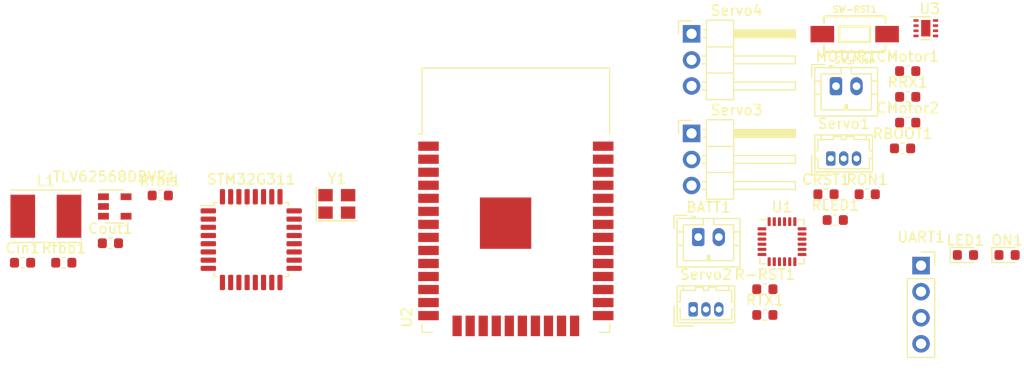
<source format=kicad_pcb>
(kicad_pcb (version 20171130) (host pcbnew "(5.1.5)-3")

  (general
    (thickness 1.6)
    (drawings 0)
    (tracks 0)
    (zones 0)
    (modules 30)
    (nets 22)
  )

  (page A4)
  (layers
    (0 F.Cu signal)
    (31 B.Cu signal)
    (32 B.Adhes user)
    (33 F.Adhes user)
    (34 B.Paste user)
    (35 F.Paste user)
    (36 B.SilkS user)
    (37 F.SilkS user)
    (38 B.Mask user)
    (39 F.Mask user)
    (40 Dwgs.User user)
    (41 Cmts.User user)
    (42 Eco1.User user)
    (43 Eco2.User user)
    (44 Edge.Cuts user)
    (45 Margin user)
    (46 B.CrtYd user)
    (47 F.CrtYd user)
    (48 B.Fab user)
    (49 F.Fab user)
  )

  (setup
    (last_trace_width 0.25)
    (trace_clearance 0.2)
    (zone_clearance 0.508)
    (zone_45_only no)
    (trace_min 0.2)
    (via_size 0.8)
    (via_drill 0.4)
    (via_min_size 0.4)
    (via_min_drill 0.3)
    (uvia_size 0.3)
    (uvia_drill 0.1)
    (uvias_allowed no)
    (uvia_min_size 0.2)
    (uvia_min_drill 0.1)
    (edge_width 0.05)
    (segment_width 0.2)
    (pcb_text_width 0.3)
    (pcb_text_size 1.5 1.5)
    (mod_edge_width 0.12)
    (mod_text_size 1 1)
    (mod_text_width 0.15)
    (pad_size 1.524 1.524)
    (pad_drill 0.762)
    (pad_to_mask_clearance 0.051)
    (solder_mask_min_width 0.25)
    (aux_axis_origin 0 0)
    (visible_elements 7FFFFFFF)
    (pcbplotparams
      (layerselection 0x010fc_ffffffff)
      (usegerberextensions false)
      (usegerberattributes false)
      (usegerberadvancedattributes false)
      (creategerberjobfile false)
      (excludeedgelayer true)
      (linewidth 0.100000)
      (plotframeref false)
      (viasonmask false)
      (mode 1)
      (useauxorigin false)
      (hpglpennumber 1)
      (hpglpenspeed 20)
      (hpglpendiameter 15.000000)
      (psnegative false)
      (psa4output false)
      (plotreference true)
      (plotvalue true)
      (plotinvisibletext false)
      (padsonsilk false)
      (subtractmaskfromsilk false)
      (outputformat 1)
      (mirror false)
      (drillshape 1)
      (scaleselection 1)
      (outputdirectory ""))
  )

  (net 0 "")
  (net 1 GND)
  (net 2 +3V8)
  (net 3 +3V3)
  (net 4 "Net-(L1-Pad1)")
  (net 5 "Net-(Rfbb1-Pad1)")
  (net 6 /NRST)
  (net 7 "Net-(MOTOR1-Pad2)")
  (net 8 "Net-(MOTOR1-Pad1)")
  (net 9 /PA14-BOOT0)
  (net 10 "Net-(LED1-Pad1)")
  (net 11 "Net-(ON1-Pad1)")
  (net 12 /USART1-TX)
  (net 13 "Net-(RRX1-Pad1)")
  (net 14 /USART1-RX)
  (net 15 "Net-(RTX1-Pad1)")
  (net 16 /Servo1)
  (net 17 /Servo2)
  (net 18 "Net-(STM32G311-Pad3)")
  (net 19 "Net-(STM32G311-Pad2)")
  (net 20 /LED)
  (net 21 "Net-(U2-Pad1)")

  (net_class Default "This is the default net class."
    (clearance 0.2)
    (trace_width 0.25)
    (via_dia 0.8)
    (via_drill 0.4)
    (uvia_dia 0.3)
    (uvia_drill 0.1)
    (add_net +3V3)
    (add_net +3V8)
    (add_net /LED)
    (add_net /NRST)
    (add_net /PA14-BOOT0)
    (add_net /Servo1)
    (add_net /Servo2)
    (add_net /USART1-RX)
    (add_net /USART1-TX)
    (add_net /USART2-RX)
    (add_net GND)
    (add_net "Net-(L1-Pad1)")
    (add_net "Net-(LED1-Pad1)")
    (add_net "Net-(MOTOR1-Pad1)")
    (add_net "Net-(MOTOR1-Pad2)")
    (add_net "Net-(ON1-Pad1)")
    (add_net "Net-(RRX1-Pad1)")
    (add_net "Net-(RTX1-Pad1)")
    (add_net "Net-(Rfbb1-Pad1)")
    (add_net "Net-(STM32G311-Pad10)")
    (add_net "Net-(STM32G311-Pad11)")
    (add_net "Net-(STM32G311-Pad12)")
    (add_net "Net-(STM32G311-Pad13)")
    (add_net "Net-(STM32G311-Pad14)")
    (add_net "Net-(STM32G311-Pad15)")
    (add_net "Net-(STM32G311-Pad16)")
    (add_net "Net-(STM32G311-Pad17)")
    (add_net "Net-(STM32G311-Pad18)")
    (add_net "Net-(STM32G311-Pad2)")
    (add_net "Net-(STM32G311-Pad22)")
    (add_net "Net-(STM32G311-Pad23)")
    (add_net "Net-(STM32G311-Pad24)")
    (add_net "Net-(STM32G311-Pad27)")
    (add_net "Net-(STM32G311-Pad28)")
    (add_net "Net-(STM32G311-Pad29)")
    (add_net "Net-(STM32G311-Pad3)")
    (add_net "Net-(STM32G311-Pad30)")
    (add_net "Net-(STM32G311-Pad31)")
    (add_net "Net-(STM32G311-Pad32)")
    (add_net "Net-(STM32G311-Pad7)")
    (add_net "Net-(STM32G311-Pad8)")
    (add_net "Net-(STM32G311-Pad9)")
    (add_net "Net-(U1-Pad1)")
    (add_net "Net-(U1-Pad10)")
    (add_net "Net-(U1-Pad11)")
    (add_net "Net-(U1-Pad12)")
    (add_net "Net-(U1-Pad13)")
    (add_net "Net-(U1-Pad18)")
    (add_net "Net-(U1-Pad20)")
    (add_net "Net-(U1-Pad23)")
    (add_net "Net-(U1-Pad24)")
    (add_net "Net-(U1-Pad6)")
    (add_net "Net-(U1-Pad7)")
    (add_net "Net-(U1-Pad8)")
    (add_net "Net-(U1-Pad9)")
    (add_net "Net-(U2-Pad1)")
    (add_net "Net-(U2-Pad10)")
    (add_net "Net-(U2-Pad11)")
    (add_net "Net-(U2-Pad12)")
    (add_net "Net-(U2-Pad13)")
    (add_net "Net-(U2-Pad14)")
    (add_net "Net-(U2-Pad16)")
    (add_net "Net-(U2-Pad17)")
    (add_net "Net-(U2-Pad18)")
    (add_net "Net-(U2-Pad19)")
    (add_net "Net-(U2-Pad2)")
    (add_net "Net-(U2-Pad20)")
    (add_net "Net-(U2-Pad21)")
    (add_net "Net-(U2-Pad22)")
    (add_net "Net-(U2-Pad23)")
    (add_net "Net-(U2-Pad24)")
    (add_net "Net-(U2-Pad25)")
    (add_net "Net-(U2-Pad26)")
    (add_net "Net-(U2-Pad27)")
    (add_net "Net-(U2-Pad28)")
    (add_net "Net-(U2-Pad29)")
    (add_net "Net-(U2-Pad3)")
    (add_net "Net-(U2-Pad30)")
    (add_net "Net-(U2-Pad31)")
    (add_net "Net-(U2-Pad32)")
    (add_net "Net-(U2-Pad33)")
    (add_net "Net-(U2-Pad34)")
    (add_net "Net-(U2-Pad35)")
    (add_net "Net-(U2-Pad36)")
    (add_net "Net-(U2-Pad37)")
    (add_net "Net-(U2-Pad4)")
    (add_net "Net-(U2-Pad5)")
    (add_net "Net-(U2-Pad6)")
    (add_net "Net-(U2-Pad7)")
    (add_net "Net-(U2-Pad8)")
    (add_net "Net-(U2-Pad9)")
    (add_net "Net-(U3-Pad5)")
    (add_net "Net-(U3-Pad6)")
    (add_net "Net-(U3-Pad7)")
  )

  (module Connector_PinSocket_2.54mm:PinSocket_1x04_P2.54mm_Vertical (layer F.Cu) (tedit 5A19A429) (tstamp 5F9E32CF)
    (at 273.93 127.53)
    (descr "Through hole straight socket strip, 1x04, 2.54mm pitch, single row (from Kicad 4.0.7), script generated")
    (tags "Through hole socket strip THT 1x04 2.54mm single row")
    (path /5FA0A849)
    (fp_text reference UART1 (at 0 -2.77) (layer F.SilkS)
      (effects (font (size 1 1) (thickness 0.15)))
    )
    (fp_text value Conn_01x04_Female (at 0 10.39) (layer F.Fab)
      (effects (font (size 1 1) (thickness 0.15)))
    )
    (fp_text user %R (at 0 3.81 90) (layer F.Fab)
      (effects (font (size 1 1) (thickness 0.15)))
    )
    (fp_line (start -1.8 9.4) (end -1.8 -1.8) (layer F.CrtYd) (width 0.05))
    (fp_line (start 1.75 9.4) (end -1.8 9.4) (layer F.CrtYd) (width 0.05))
    (fp_line (start 1.75 -1.8) (end 1.75 9.4) (layer F.CrtYd) (width 0.05))
    (fp_line (start -1.8 -1.8) (end 1.75 -1.8) (layer F.CrtYd) (width 0.05))
    (fp_line (start 0 -1.33) (end 1.33 -1.33) (layer F.SilkS) (width 0.12))
    (fp_line (start 1.33 -1.33) (end 1.33 0) (layer F.SilkS) (width 0.12))
    (fp_line (start 1.33 1.27) (end 1.33 8.95) (layer F.SilkS) (width 0.12))
    (fp_line (start -1.33 8.95) (end 1.33 8.95) (layer F.SilkS) (width 0.12))
    (fp_line (start -1.33 1.27) (end -1.33 8.95) (layer F.SilkS) (width 0.12))
    (fp_line (start -1.33 1.27) (end 1.33 1.27) (layer F.SilkS) (width 0.12))
    (fp_line (start -1.27 8.89) (end -1.27 -1.27) (layer F.Fab) (width 0.1))
    (fp_line (start 1.27 8.89) (end -1.27 8.89) (layer F.Fab) (width 0.1))
    (fp_line (start 1.27 -0.635) (end 1.27 8.89) (layer F.Fab) (width 0.1))
    (fp_line (start 0.635 -1.27) (end 1.27 -0.635) (layer F.Fab) (width 0.1))
    (fp_line (start -1.27 -1.27) (end 0.635 -1.27) (layer F.Fab) (width 0.1))
    (pad 4 thru_hole oval (at 0 7.62) (size 1.7 1.7) (drill 1) (layers *.Cu *.Mask)
      (net 15 "Net-(RTX1-Pad1)"))
    (pad 3 thru_hole oval (at 0 5.08) (size 1.7 1.7) (drill 1) (layers *.Cu *.Mask)
      (net 13 "Net-(RRX1-Pad1)"))
    (pad 2 thru_hole oval (at 0 2.54) (size 1.7 1.7) (drill 1) (layers *.Cu *.Mask)
      (net 1 GND))
    (pad 1 thru_hole rect (at 0 0) (size 1.7 1.7) (drill 1) (layers *.Cu *.Mask)
      (net 3 +3V3))
    (model ${KISYS3DMOD}/Connector_PinSocket_2.54mm.3dshapes/PinSocket_1x04_P2.54mm_Vertical.wrl
      (at (xyz 0 0 0))
      (scale (xyz 1 1 1))
      (rotate (xyz 0 0 0))
    )
  )

  (module LED_SMD:LED_0603_1608Metric (layer F.Cu) (tedit 5B301BBE) (tstamp 5F9E2D8F)
    (at 282.3 126.5)
    (descr "LED SMD 0603 (1608 Metric), square (rectangular) end terminal, IPC_7351 nominal, (Body size source: http://www.tortai-tech.com/upload/download/2011102023233369053.pdf), generated with kicad-footprint-generator")
    (tags diode)
    (path /5F9F08CA)
    (attr smd)
    (fp_text reference ON1 (at 0 -1.43) (layer F.SilkS)
      (effects (font (size 1 1) (thickness 0.15)))
    )
    (fp_text value LED (at 0 1.43) (layer F.Fab)
      (effects (font (size 1 1) (thickness 0.15)))
    )
    (fp_text user %R (at 0 0) (layer F.Fab)
      (effects (font (size 0.4 0.4) (thickness 0.06)))
    )
    (fp_line (start 1.48 0.73) (end -1.48 0.73) (layer F.CrtYd) (width 0.05))
    (fp_line (start 1.48 -0.73) (end 1.48 0.73) (layer F.CrtYd) (width 0.05))
    (fp_line (start -1.48 -0.73) (end 1.48 -0.73) (layer F.CrtYd) (width 0.05))
    (fp_line (start -1.48 0.73) (end -1.48 -0.73) (layer F.CrtYd) (width 0.05))
    (fp_line (start -1.485 0.735) (end 0.8 0.735) (layer F.SilkS) (width 0.12))
    (fp_line (start -1.485 -0.735) (end -1.485 0.735) (layer F.SilkS) (width 0.12))
    (fp_line (start 0.8 -0.735) (end -1.485 -0.735) (layer F.SilkS) (width 0.12))
    (fp_line (start 0.8 0.4) (end 0.8 -0.4) (layer F.Fab) (width 0.1))
    (fp_line (start -0.8 0.4) (end 0.8 0.4) (layer F.Fab) (width 0.1))
    (fp_line (start -0.8 -0.1) (end -0.8 0.4) (layer F.Fab) (width 0.1))
    (fp_line (start -0.5 -0.4) (end -0.8 -0.1) (layer F.Fab) (width 0.1))
    (fp_line (start 0.8 -0.4) (end -0.5 -0.4) (layer F.Fab) (width 0.1))
    (pad 2 smd roundrect (at 0.7875 0) (size 0.875 0.95) (layers F.Cu F.Paste F.Mask) (roundrect_rratio 0.25)
      (net 3 +3V3))
    (pad 1 smd roundrect (at -0.7875 0) (size 0.875 0.95) (layers F.Cu F.Paste F.Mask) (roundrect_rratio 0.25)
      (net 11 "Net-(ON1-Pad1)"))
    (model ${KISYS3DMOD}/LED_SMD.3dshapes/LED_0603_1608Metric.wrl
      (at (xyz 0 0 0))
      (scale (xyz 1 1 1))
      (rotate (xyz 0 0 0))
    )
  )

  (module LED_SMD:LED_0603_1608Metric (layer F.Cu) (tedit 5B301BBE) (tstamp 5F9E2D2A)
    (at 278.25 126.5)
    (descr "LED SMD 0603 (1608 Metric), square (rectangular) end terminal, IPC_7351 nominal, (Body size source: http://www.tortai-tech.com/upload/download/2011102023233369053.pdf), generated with kicad-footprint-generator")
    (tags diode)
    (path /5F9FD924)
    (attr smd)
    (fp_text reference LED1 (at 0 -1.43) (layer F.SilkS)
      (effects (font (size 1 1) (thickness 0.15)))
    )
    (fp_text value LED (at 0 1.43) (layer F.Fab)
      (effects (font (size 1 1) (thickness 0.15)))
    )
    (fp_text user %R (at 0 0) (layer F.Fab)
      (effects (font (size 0.4 0.4) (thickness 0.06)))
    )
    (fp_line (start 1.48 0.73) (end -1.48 0.73) (layer F.CrtYd) (width 0.05))
    (fp_line (start 1.48 -0.73) (end 1.48 0.73) (layer F.CrtYd) (width 0.05))
    (fp_line (start -1.48 -0.73) (end 1.48 -0.73) (layer F.CrtYd) (width 0.05))
    (fp_line (start -1.48 0.73) (end -1.48 -0.73) (layer F.CrtYd) (width 0.05))
    (fp_line (start -1.485 0.735) (end 0.8 0.735) (layer F.SilkS) (width 0.12))
    (fp_line (start -1.485 -0.735) (end -1.485 0.735) (layer F.SilkS) (width 0.12))
    (fp_line (start 0.8 -0.735) (end -1.485 -0.735) (layer F.SilkS) (width 0.12))
    (fp_line (start 0.8 0.4) (end 0.8 -0.4) (layer F.Fab) (width 0.1))
    (fp_line (start -0.8 0.4) (end 0.8 0.4) (layer F.Fab) (width 0.1))
    (fp_line (start -0.8 -0.1) (end -0.8 0.4) (layer F.Fab) (width 0.1))
    (fp_line (start -0.5 -0.4) (end -0.8 -0.1) (layer F.Fab) (width 0.1))
    (fp_line (start 0.8 -0.4) (end -0.5 -0.4) (layer F.Fab) (width 0.1))
    (pad 2 smd roundrect (at 0.7875 0) (size 0.875 0.95) (layers F.Cu F.Paste F.Mask) (roundrect_rratio 0.25)
      (net 20 /LED))
    (pad 1 smd roundrect (at -0.7875 0) (size 0.875 0.95) (layers F.Cu F.Paste F.Mask) (roundrect_rratio 0.25)
      (net 10 "Net-(LED1-Pad1)"))
    (model ${KISYS3DMOD}/LED_SMD.3dshapes/LED_0603_1608Metric.wrl
      (at (xyz 0 0 0))
      (scale (xyz 1 1 1))
      (rotate (xyz 0 0 0))
    )
  )

  (module Package_SON:WSON-8-1EP_2x2mm_P0.5mm_EP0.9x1.6mm (layer F.Cu) (tedit 5A65F6A7) (tstamp 5F9E20B8)
    (at 274.39 104.4)
    (descr "8-Lead Plastic WSON, 2x2mm Body, 0.5mm Pitch, WSON-8, http://www.ti.com/lit/ds/symlink/lm27761.pdf")
    (tags "WSON 8 1EP")
    (path /5FAA1E52)
    (attr smd)
    (fp_text reference U3 (at 0.38 -1.9) (layer F.SilkS)
      (effects (font (size 1 1) (thickness 0.15)))
    )
    (fp_text value DRV8837C (at 0.01 2.14) (layer F.Fab)
      (effects (font (size 1 1) (thickness 0.15)))
    )
    (fp_line (start -1.5 -1.12) (end 0.5 -1.12) (layer F.SilkS) (width 0.12))
    (fp_line (start 0.5 1.12) (end -0.5 1.12) (layer F.SilkS) (width 0.12))
    (fp_line (start -1.6 1.25) (end 1.6 1.25) (layer F.CrtYd) (width 0.05))
    (fp_line (start -1.6 -1.25) (end 1.6 -1.25) (layer F.CrtYd) (width 0.05))
    (fp_line (start 1.6 -1.25) (end 1.6 1.25) (layer F.CrtYd) (width 0.05))
    (fp_line (start -1.6 -1.25) (end -1.6 1.25) (layer F.CrtYd) (width 0.05))
    (fp_line (start -0.5 -1) (end 1 -1) (layer F.Fab) (width 0.1))
    (fp_line (start 1 -1) (end 1 1) (layer F.Fab) (width 0.1))
    (fp_line (start 1 1) (end -1 1) (layer F.Fab) (width 0.1))
    (fp_line (start -1 1) (end -1 -0.5) (layer F.Fab) (width 0.1))
    (fp_line (start -0.5 -1) (end -1 -0.5) (layer F.Fab) (width 0.1))
    (fp_text user %R (at 0 0) (layer F.Fab)
      (effects (font (size 0.7 0.7) (thickness 0.1)))
    )
    (pad "" smd rect (at 0 -0.4) (size 0.75 0.65) (layers F.Paste))
    (pad "" smd rect (at 0 0.4) (size 0.75 0.65) (layers F.Paste))
    (pad 6 smd rect (at 0.95 0.25) (size 0.5 0.25) (layers F.Cu F.Paste F.Mask))
    (pad 5 smd rect (at 0.95 0.75) (size 0.5 0.25) (layers F.Cu F.Paste F.Mask))
    (pad 4 smd rect (at -0.95 0.75) (size 0.5 0.25) (layers F.Cu F.Paste F.Mask)
      (net 1 GND))
    (pad 2 smd rect (at -0.95 -0.25) (size 0.5 0.25) (layers F.Cu F.Paste F.Mask)
      (net 7 "Net-(MOTOR1-Pad2)"))
    (pad 1 smd rect (at -0.95 -0.75) (size 0.5 0.25) (layers F.Cu F.Paste F.Mask)
      (net 2 +3V8))
    (pad 9 smd rect (at 0 0) (size 0.9 1.6) (layers F.Cu F.Mask)
      (net 1 GND))
    (pad 8 smd rect (at 0.95 -0.75) (size 0.5 0.25) (layers F.Cu F.Paste F.Mask)
      (net 3 +3V3))
    (pad 7 smd rect (at 0.95 -0.25) (size 0.5 0.25) (layers F.Cu F.Paste F.Mask))
    (pad 3 smd rect (at -0.95 0.25) (size 0.5 0.25) (layers F.Cu F.Paste F.Mask)
      (net 8 "Net-(MOTOR1-Pad1)"))
    (model ${KISYS3DMOD}/Package_SON.3dshapes/WSON-8-1EP_2x2mm_P0.5mm_EP0.9x1.6mm.wrl
      (at (xyz 0 0 0))
      (scale (xyz 1 1 1))
      (rotate (xyz 0 0 0))
    )
  )

  (module RF_Module:ESP32-WROOM-32 (layer F.Cu) (tedit 5B5B4654) (tstamp 5F9E209D)
    (at 234.5 124.15)
    (descr "Single 2.4 GHz Wi-Fi and Bluetooth combo chip https://www.espressif.com/sites/default/files/documentation/esp32-wroom-32_datasheet_en.pdf")
    (tags "Single 2.4 GHz Wi-Fi and Bluetooth combo  chip")
    (path /5FB0EEAE)
    (attr smd)
    (fp_text reference U2 (at -10.61 8.43 90) (layer F.SilkS)
      (effects (font (size 1 1) (thickness 0.15)))
    )
    (fp_text value ESP32-WROOM-32 (at 0 11.5) (layer F.Fab)
      (effects (font (size 1 1) (thickness 0.15)))
    )
    (fp_line (start -9.12 -9.445) (end -9.5 -9.445) (layer F.SilkS) (width 0.12))
    (fp_line (start -9.12 -15.865) (end -9.12 -9.445) (layer F.SilkS) (width 0.12))
    (fp_line (start 9.12 -15.865) (end 9.12 -9.445) (layer F.SilkS) (width 0.12))
    (fp_line (start -9.12 -15.865) (end 9.12 -15.865) (layer F.SilkS) (width 0.12))
    (fp_line (start 9.12 9.88) (end 8.12 9.88) (layer F.SilkS) (width 0.12))
    (fp_line (start 9.12 9.1) (end 9.12 9.88) (layer F.SilkS) (width 0.12))
    (fp_line (start -9.12 9.88) (end -8.12 9.88) (layer F.SilkS) (width 0.12))
    (fp_line (start -9.12 9.1) (end -9.12 9.88) (layer F.SilkS) (width 0.12))
    (fp_line (start 8.4 -20.6) (end 8.2 -20.4) (layer Cmts.User) (width 0.1))
    (fp_line (start 8.4 -16) (end 8.4 -20.6) (layer Cmts.User) (width 0.1))
    (fp_line (start 8.4 -20.6) (end 8.6 -20.4) (layer Cmts.User) (width 0.1))
    (fp_line (start 8.4 -16) (end 8.6 -16.2) (layer Cmts.User) (width 0.1))
    (fp_line (start 8.4 -16) (end 8.2 -16.2) (layer Cmts.User) (width 0.1))
    (fp_line (start -9.2 -13.875) (end -9.4 -14.075) (layer Cmts.User) (width 0.1))
    (fp_line (start -13.8 -13.875) (end -9.2 -13.875) (layer Cmts.User) (width 0.1))
    (fp_line (start -9.2 -13.875) (end -9.4 -13.675) (layer Cmts.User) (width 0.1))
    (fp_line (start -13.8 -13.875) (end -13.6 -13.675) (layer Cmts.User) (width 0.1))
    (fp_line (start -13.8 -13.875) (end -13.6 -14.075) (layer Cmts.User) (width 0.1))
    (fp_line (start 9.2 -13.875) (end 9.4 -13.675) (layer Cmts.User) (width 0.1))
    (fp_line (start 9.2 -13.875) (end 9.4 -14.075) (layer Cmts.User) (width 0.1))
    (fp_line (start 13.8 -13.875) (end 13.6 -13.675) (layer Cmts.User) (width 0.1))
    (fp_line (start 13.8 -13.875) (end 13.6 -14.075) (layer Cmts.User) (width 0.1))
    (fp_line (start 9.2 -13.875) (end 13.8 -13.875) (layer Cmts.User) (width 0.1))
    (fp_line (start 14 -11.585) (end 12 -9.97) (layer Dwgs.User) (width 0.1))
    (fp_line (start 14 -13.2) (end 10 -9.97) (layer Dwgs.User) (width 0.1))
    (fp_line (start 14 -14.815) (end 8 -9.97) (layer Dwgs.User) (width 0.1))
    (fp_line (start 14 -16.43) (end 6 -9.97) (layer Dwgs.User) (width 0.1))
    (fp_line (start 14 -18.045) (end 4 -9.97) (layer Dwgs.User) (width 0.1))
    (fp_line (start 14 -19.66) (end 2 -9.97) (layer Dwgs.User) (width 0.1))
    (fp_line (start 13.475 -20.75) (end 0 -9.97) (layer Dwgs.User) (width 0.1))
    (fp_line (start 11.475 -20.75) (end -2 -9.97) (layer Dwgs.User) (width 0.1))
    (fp_line (start 9.475 -20.75) (end -4 -9.97) (layer Dwgs.User) (width 0.1))
    (fp_line (start 7.475 -20.75) (end -6 -9.97) (layer Dwgs.User) (width 0.1))
    (fp_line (start -8 -9.97) (end 5.475 -20.75) (layer Dwgs.User) (width 0.1))
    (fp_line (start 3.475 -20.75) (end -10 -9.97) (layer Dwgs.User) (width 0.1))
    (fp_line (start 1.475 -20.75) (end -12 -9.97) (layer Dwgs.User) (width 0.1))
    (fp_line (start -0.525 -20.75) (end -14 -9.97) (layer Dwgs.User) (width 0.1))
    (fp_line (start -2.525 -20.75) (end -14 -11.585) (layer Dwgs.User) (width 0.1))
    (fp_line (start -4.525 -20.75) (end -14 -13.2) (layer Dwgs.User) (width 0.1))
    (fp_line (start -6.525 -20.75) (end -14 -14.815) (layer Dwgs.User) (width 0.1))
    (fp_line (start -8.525 -20.75) (end -14 -16.43) (layer Dwgs.User) (width 0.1))
    (fp_line (start -10.525 -20.75) (end -14 -18.045) (layer Dwgs.User) (width 0.1))
    (fp_line (start -12.525 -20.75) (end -14 -19.66) (layer Dwgs.User) (width 0.1))
    (fp_line (start 9.75 -9.72) (end 14.25 -9.72) (layer F.CrtYd) (width 0.05))
    (fp_line (start -14.25 -9.72) (end -9.75 -9.72) (layer F.CrtYd) (width 0.05))
    (fp_line (start 14.25 -21) (end 14.25 -9.72) (layer F.CrtYd) (width 0.05))
    (fp_line (start -14.25 -21) (end -14.25 -9.72) (layer F.CrtYd) (width 0.05))
    (fp_line (start 14 -20.75) (end -14 -20.75) (layer Dwgs.User) (width 0.1))
    (fp_line (start 14 -9.97) (end 14 -20.75) (layer Dwgs.User) (width 0.1))
    (fp_line (start 14 -9.97) (end -14 -9.97) (layer Dwgs.User) (width 0.1))
    (fp_line (start -9 -9.02) (end -8.5 -9.52) (layer F.Fab) (width 0.1))
    (fp_line (start -8.5 -9.52) (end -9 -10.02) (layer F.Fab) (width 0.1))
    (fp_line (start -9 -9.02) (end -9 9.76) (layer F.Fab) (width 0.1))
    (fp_line (start -14.25 -21) (end 14.25 -21) (layer F.CrtYd) (width 0.05))
    (fp_line (start 9.75 -9.72) (end 9.75 10.5) (layer F.CrtYd) (width 0.05))
    (fp_line (start -9.75 10.5) (end 9.75 10.5) (layer F.CrtYd) (width 0.05))
    (fp_line (start -9.75 10.5) (end -9.75 -9.72) (layer F.CrtYd) (width 0.05))
    (fp_line (start -9 -15.745) (end 9 -15.745) (layer F.Fab) (width 0.1))
    (fp_line (start -9 -15.745) (end -9 -10.02) (layer F.Fab) (width 0.1))
    (fp_line (start -9 9.76) (end 9 9.76) (layer F.Fab) (width 0.1))
    (fp_line (start 9 9.76) (end 9 -15.745) (layer F.Fab) (width 0.1))
    (fp_line (start -14 -9.97) (end -14 -20.75) (layer Dwgs.User) (width 0.1))
    (fp_text user "5 mm" (at 7.8 -19.075 90) (layer Cmts.User)
      (effects (font (size 0.5 0.5) (thickness 0.1)))
    )
    (fp_text user "5 mm" (at -11.2 -14.375) (layer Cmts.User)
      (effects (font (size 0.5 0.5) (thickness 0.1)))
    )
    (fp_text user "5 mm" (at 11.8 -14.375) (layer Cmts.User)
      (effects (font (size 0.5 0.5) (thickness 0.1)))
    )
    (fp_text user Antenna (at 0 -13) (layer Cmts.User)
      (effects (font (size 1 1) (thickness 0.15)))
    )
    (fp_text user "KEEP-OUT ZONE" (at 0 -19) (layer Cmts.User)
      (effects (font (size 1 1) (thickness 0.15)))
    )
    (fp_text user %R (at 0 0) (layer F.Fab)
      (effects (font (size 1 1) (thickness 0.15)))
    )
    (pad 38 smd rect (at 8.5 -8.255) (size 2 0.9) (layers F.Cu F.Paste F.Mask)
      (net 21 "Net-(U2-Pad1)"))
    (pad 37 smd rect (at 8.5 -6.985) (size 2 0.9) (layers F.Cu F.Paste F.Mask))
    (pad 36 smd rect (at 8.5 -5.715) (size 2 0.9) (layers F.Cu F.Paste F.Mask))
    (pad 35 smd rect (at 8.5 -4.445) (size 2 0.9) (layers F.Cu F.Paste F.Mask))
    (pad 34 smd rect (at 8.5 -3.175) (size 2 0.9) (layers F.Cu F.Paste F.Mask))
    (pad 33 smd rect (at 8.5 -1.905) (size 2 0.9) (layers F.Cu F.Paste F.Mask))
    (pad 32 smd rect (at 8.5 -0.635) (size 2 0.9) (layers F.Cu F.Paste F.Mask))
    (pad 31 smd rect (at 8.5 0.635) (size 2 0.9) (layers F.Cu F.Paste F.Mask))
    (pad 30 smd rect (at 8.5 1.905) (size 2 0.9) (layers F.Cu F.Paste F.Mask))
    (pad 29 smd rect (at 8.5 3.175) (size 2 0.9) (layers F.Cu F.Paste F.Mask))
    (pad 28 smd rect (at 8.5 4.445) (size 2 0.9) (layers F.Cu F.Paste F.Mask))
    (pad 27 smd rect (at 8.5 5.715) (size 2 0.9) (layers F.Cu F.Paste F.Mask))
    (pad 26 smd rect (at 8.5 6.985) (size 2 0.9) (layers F.Cu F.Paste F.Mask))
    (pad 25 smd rect (at 8.5 8.255) (size 2 0.9) (layers F.Cu F.Paste F.Mask))
    (pad 24 smd rect (at 5.715 9.255 90) (size 2 0.9) (layers F.Cu F.Paste F.Mask))
    (pad 23 smd rect (at 4.445 9.255 90) (size 2 0.9) (layers F.Cu F.Paste F.Mask))
    (pad 22 smd rect (at 3.175 9.255 90) (size 2 0.9) (layers F.Cu F.Paste F.Mask))
    (pad 21 smd rect (at 1.905 9.255 90) (size 2 0.9) (layers F.Cu F.Paste F.Mask))
    (pad 20 smd rect (at 0.635 9.255 90) (size 2 0.9) (layers F.Cu F.Paste F.Mask))
    (pad 19 smd rect (at -0.635 9.255 90) (size 2 0.9) (layers F.Cu F.Paste F.Mask))
    (pad 18 smd rect (at -1.905 9.255 90) (size 2 0.9) (layers F.Cu F.Paste F.Mask))
    (pad 17 smd rect (at -3.175 9.255 90) (size 2 0.9) (layers F.Cu F.Paste F.Mask))
    (pad 16 smd rect (at -4.445 9.255 90) (size 2 0.9) (layers F.Cu F.Paste F.Mask))
    (pad 15 smd rect (at -5.715 9.255 90) (size 2 0.9) (layers F.Cu F.Paste F.Mask)
      (net 21 "Net-(U2-Pad1)"))
    (pad 14 smd rect (at -8.5 8.255) (size 2 0.9) (layers F.Cu F.Paste F.Mask))
    (pad 13 smd rect (at -8.5 6.985) (size 2 0.9) (layers F.Cu F.Paste F.Mask))
    (pad 12 smd rect (at -8.5 5.715) (size 2 0.9) (layers F.Cu F.Paste F.Mask))
    (pad 11 smd rect (at -8.5 4.445) (size 2 0.9) (layers F.Cu F.Paste F.Mask))
    (pad 10 smd rect (at -8.5 3.175) (size 2 0.9) (layers F.Cu F.Paste F.Mask))
    (pad 9 smd rect (at -8.5 1.905) (size 2 0.9) (layers F.Cu F.Paste F.Mask))
    (pad 8 smd rect (at -8.5 0.635) (size 2 0.9) (layers F.Cu F.Paste F.Mask))
    (pad 7 smd rect (at -8.5 -0.635) (size 2 0.9) (layers F.Cu F.Paste F.Mask))
    (pad 6 smd rect (at -8.5 -1.905) (size 2 0.9) (layers F.Cu F.Paste F.Mask))
    (pad 5 smd rect (at -8.5 -3.175) (size 2 0.9) (layers F.Cu F.Paste F.Mask))
    (pad 4 smd rect (at -8.5 -4.445) (size 2 0.9) (layers F.Cu F.Paste F.Mask))
    (pad 3 smd rect (at -8.5 -5.715) (size 2 0.9) (layers F.Cu F.Paste F.Mask))
    (pad 2 smd rect (at -8.5 -6.985) (size 2 0.9) (layers F.Cu F.Paste F.Mask))
    (pad 1 smd rect (at -8.5 -8.255) (size 2 0.9) (layers F.Cu F.Paste F.Mask)
      (net 21 "Net-(U2-Pad1)"))
    (pad 39 smd rect (at -1 -0.755) (size 5 5) (layers F.Cu F.Paste F.Mask)
      (net 21 "Net-(U2-Pad1)"))
    (model ${KISYS3DMOD}/RF_Module.3dshapes/ESP32-WROOM-32.wrl
      (at (xyz 0 0 0))
      (scale (xyz 1 1 1))
      (rotate (xyz 0 0 0))
    )
  )

  (module Sensor_Motion:InvenSense_QFN-24_4x4mm_P0.5mm (layer F.Cu) (tedit 5B5A6D8E) (tstamp 5F9E202E)
    (at 260.4 125.2)
    (descr "24-Lead Plastic QFN (4mm x 4mm); Pitch 0.5mm; EP 2.7x2.6mm; for InvenSense motion sensors; keepout area marked (Package see: https://store.invensense.com/datasheets/invensense/MPU-6050_DataSheet_V3%204.pdf; See also https://www.invensense.com/wp-content/uploads/2015/02/InvenSense-MEMS-Handling.pdf)")
    (tags "QFN 0.5")
    (path /5FB0D6E2)
    (attr smd)
    (fp_text reference U1 (at 0 -3.375) (layer F.SilkS)
      (effects (font (size 1 1) (thickness 0.15)))
    )
    (fp_text value MPU-6050 (at 0 3.375) (layer F.Fab)
      (effects (font (size 1 1) (thickness 0.15)))
    )
    (fp_text user Component (at 0 0.55) (layer Cmts.User)
      (effects (font (size 0.2 0.2) (thickness 0.04)))
    )
    (fp_text user "Directly Below" (at 0 0.25) (layer Cmts.User)
      (effects (font (size 0.2 0.2) (thickness 0.04)))
    )
    (fp_text user "No Copper" (at 0 -0.1) (layer Cmts.User)
      (effects (font (size 0.2 0.2) (thickness 0.04)))
    )
    (fp_text user KEEPOUT (at 0 -0.5) (layer Cmts.User)
      (effects (font (size 0.2 0.2) (thickness 0.04)))
    )
    (fp_line (start -0.975 -1.325) (end -1.375 -0.925) (layer Dwgs.User) (width 0.05))
    (fp_line (start -0.475 -1.325) (end -1.375 -0.425) (layer Dwgs.User) (width 0.05))
    (fp_line (start 0.025 -1.325) (end -1.375 0.075) (layer Dwgs.User) (width 0.05))
    (fp_line (start 0.525 -1.325) (end -1.375 0.575) (layer Dwgs.User) (width 0.05))
    (fp_line (start 1.025 -1.325) (end -1.375 1.075) (layer Dwgs.User) (width 0.05))
    (fp_line (start 1.375 -1.175) (end -1.125 1.325) (layer Dwgs.User) (width 0.05))
    (fp_line (start 1.375 -0.675) (end -0.625 1.325) (layer Dwgs.User) (width 0.05))
    (fp_line (start 1.375 -0.175) (end -0.125 1.325) (layer Dwgs.User) (width 0.05))
    (fp_line (start 1.375 0.325) (end 0.375 1.325) (layer Dwgs.User) (width 0.05))
    (fp_line (start 1.375 0.825) (end 0.875 1.325) (layer Dwgs.User) (width 0.05))
    (fp_line (start 1.375 1.325) (end -1.375 1.325) (layer Dwgs.User) (width 0.05))
    (fp_line (start 1.375 -1.325) (end -1.375 -1.325) (layer Dwgs.User) (width 0.05))
    (fp_line (start -1.375 1.325) (end -1.375 -1.325) (layer Dwgs.User) (width 0.05))
    (fp_line (start 1.375 1.325) (end 1.375 -1.325) (layer Dwgs.User) (width 0.05))
    (fp_line (start 2.15 -2.15) (end 1.625 -2.15) (layer F.SilkS) (width 0.15))
    (fp_line (start 2.15 2.15) (end 1.625 2.15) (layer F.SilkS) (width 0.15))
    (fp_line (start -2.15 2.15) (end -1.625 2.15) (layer F.SilkS) (width 0.15))
    (fp_line (start -2.15 -2.15) (end -1.625 -2.15) (layer F.SilkS) (width 0.15))
    (fp_line (start 2.15 2.15) (end 2.15 1.625) (layer F.SilkS) (width 0.15))
    (fp_line (start -2.15 2.15) (end -2.15 1.625) (layer F.SilkS) (width 0.15))
    (fp_line (start 2.15 -2.15) (end 2.15 -1.625) (layer F.SilkS) (width 0.15))
    (fp_line (start -2.65 2.65) (end 2.65 2.65) (layer F.CrtYd) (width 0.05))
    (fp_line (start -2.65 -2.65) (end 2.65 -2.65) (layer F.CrtYd) (width 0.05))
    (fp_line (start 2.65 -2.65) (end 2.65 2.65) (layer F.CrtYd) (width 0.05))
    (fp_line (start -2.65 -2.65) (end -2.65 2.65) (layer F.CrtYd) (width 0.05))
    (fp_line (start -2 -1) (end -1 -2) (layer F.Fab) (width 0.15))
    (fp_line (start -2 2) (end -2 -1) (layer F.Fab) (width 0.15))
    (fp_line (start 2 2) (end -2 2) (layer F.Fab) (width 0.15))
    (fp_line (start 2 -2) (end 2 2) (layer F.Fab) (width 0.15))
    (fp_line (start -1 -2) (end 2 -2) (layer F.Fab) (width 0.15))
    (fp_text user %R (at 0 0) (layer F.Fab)
      (effects (font (size 1 1) (thickness 0.15)))
    )
    (pad 24 smd roundrect (at -1.25 -1.95 90) (size 0.85 0.3) (layers F.Cu F.Paste F.Mask) (roundrect_rratio 0.25))
    (pad 23 smd roundrect (at -0.75 -1.95 90) (size 0.85 0.3) (layers F.Cu F.Paste F.Mask) (roundrect_rratio 0.25))
    (pad 22 smd roundrect (at -0.25 -1.95 90) (size 0.85 0.3) (layers F.Cu F.Paste F.Mask) (roundrect_rratio 0.25))
    (pad 21 smd roundrect (at 0.25 -1.95 90) (size 0.85 0.3) (layers F.Cu F.Paste F.Mask) (roundrect_rratio 0.25))
    (pad 20 smd roundrect (at 0.75 -1.95 90) (size 0.85 0.3) (layers F.Cu F.Paste F.Mask) (roundrect_rratio 0.25))
    (pad 19 smd roundrect (at 1.25 -1.95 90) (size 0.85 0.3) (layers F.Cu F.Paste F.Mask) (roundrect_rratio 0.25))
    (pad 18 smd roundrect (at 1.95 -1.25) (size 0.85 0.3) (layers F.Cu F.Paste F.Mask) (roundrect_rratio 0.25))
    (pad 17 smd roundrect (at 1.95 -0.75) (size 0.85 0.3) (layers F.Cu F.Paste F.Mask) (roundrect_rratio 0.25))
    (pad 16 smd roundrect (at 1.95 -0.25) (size 0.85 0.3) (layers F.Cu F.Paste F.Mask) (roundrect_rratio 0.25))
    (pad 15 smd roundrect (at 1.95 0.25) (size 0.85 0.3) (layers F.Cu F.Paste F.Mask) (roundrect_rratio 0.25))
    (pad 14 smd roundrect (at 1.95 0.75) (size 0.85 0.3) (layers F.Cu F.Paste F.Mask) (roundrect_rratio 0.25))
    (pad 13 smd roundrect (at 1.95 1.25) (size 0.85 0.3) (layers F.Cu F.Paste F.Mask) (roundrect_rratio 0.25))
    (pad 12 smd roundrect (at 1.25 1.95 90) (size 0.85 0.3) (layers F.Cu F.Paste F.Mask) (roundrect_rratio 0.25))
    (pad 11 smd roundrect (at 0.75 1.95 90) (size 0.85 0.3) (layers F.Cu F.Paste F.Mask) (roundrect_rratio 0.25))
    (pad 10 smd roundrect (at 0.25 1.95 90) (size 0.85 0.3) (layers F.Cu F.Paste F.Mask) (roundrect_rratio 0.25))
    (pad 9 smd roundrect (at -0.25 1.95 90) (size 0.85 0.3) (layers F.Cu F.Paste F.Mask) (roundrect_rratio 0.25))
    (pad 8 smd roundrect (at -0.75 1.95 90) (size 0.85 0.3) (layers F.Cu F.Paste F.Mask) (roundrect_rratio 0.25))
    (pad 7 smd roundrect (at -1.25 1.95 90) (size 0.85 0.3) (layers F.Cu F.Paste F.Mask) (roundrect_rratio 0.25))
    (pad 6 smd roundrect (at -1.95 1.25) (size 0.85 0.3) (layers F.Cu F.Paste F.Mask) (roundrect_rratio 0.25))
    (pad 5 smd roundrect (at -1.95 0.75) (size 0.85 0.3) (layers F.Cu F.Paste F.Mask) (roundrect_rratio 0.25))
    (pad 4 smd roundrect (at -1.95 0.25) (size 0.85 0.3) (layers F.Cu F.Paste F.Mask) (roundrect_rratio 0.25))
    (pad 3 smd roundrect (at -1.95 -0.25) (size 0.85 0.3) (layers F.Cu F.Paste F.Mask) (roundrect_rratio 0.25))
    (pad 2 smd roundrect (at -1.95 -0.75) (size 0.85 0.3) (layers F.Cu F.Paste F.Mask) (roundrect_rratio 0.25))
    (pad 1 smd roundrect (at -1.95 -1.25) (size 0.85 0.3) (layers F.Cu F.Paste F.Mask) (roundrect_rratio 0.25))
    (model ${KISYS3DMOD}/Package_DFN_QFN.3dshapes/QFN-24-1EP_4x4mm_P0.5mm_EP2.7x2.6mm.wrl
      (at (xyz 0 0 0))
      (scale (xyz 1 1 1))
      (rotate (xyz 0 0 0))
    )
  )

  (module Switches:TACTILE_SWITCH_SMD_6.0X3.5MM (layer F.Cu) (tedit 200000) (tstamp 5F9E1FC7)
    (at 267.473949 104.97666)
    (descr "MOMENTARY SWITCH (PUSHBUTTON) - SPST - SMD, 6.0 X 3.5 MM")
    (tags "MOMENTARY SWITCH (PUSHBUTTON) - SPST - SMD, 6.0 X 3.5 MM")
    (path /5F9E2CBE)
    (attr smd)
    (fp_text reference SW-RST1 (at 0 -2.413) (layer F.SilkS)
      (effects (font (size 0.6096 0.6096) (thickness 0.127)))
    )
    (fp_text value SW_Push (at 0 2.54) (layer F.SilkS)
      (effects (font (size 0.6096 0.6096) (thickness 0.127)))
    )
    (fp_arc (start -2.74828 1.4986) (end -2.74828 1.74752) (angle 90) (layer F.SilkS) (width 0.2032))
    (fp_arc (start 2.74828 1.4986) (end 2.99974 1.4986) (angle 90) (layer F.SilkS) (width 0.2032))
    (fp_arc (start 2.74828 -1.4986) (end 2.74828 -1.74752) (angle 90) (layer F.SilkS) (width 0.2032))
    (fp_arc (start -2.74828 -1.4986) (end -2.99974 -1.4986) (angle 90) (layer F.SilkS) (width 0.2032))
    (fp_line (start 0.29972 0) (end 1.99898 0) (layer Dwgs.User) (width 0.127))
    (fp_line (start -0.99822 0) (end 0.09906 -0.49784) (layer Dwgs.User) (width 0.127))
    (fp_line (start -1.99898 0) (end -0.99822 0) (layer Dwgs.User) (width 0.127))
    (fp_line (start 1.4986 0.7493) (end 1.4986 -0.7493) (layer F.SilkS) (width 0.2032))
    (fp_line (start -1.4986 0.7493) (end -1.4986 -0.7493) (layer F.SilkS) (width 0.2032))
    (fp_line (start 1.4986 0.7493) (end -1.4986 0.7493) (layer F.SilkS) (width 0.2032))
    (fp_line (start -1.4986 -0.7493) (end 1.4986 -0.7493) (layer F.SilkS) (width 0.2032))
    (fp_line (start 2.99974 1.4986) (end 2.99974 1.09982) (layer F.SilkS) (width 0.2032))
    (fp_line (start 2.99974 -1.09982) (end 2.99974 -1.4986) (layer F.SilkS) (width 0.2032))
    (fp_line (start -2.99974 -1.09982) (end -2.99974 -1.4986) (layer F.SilkS) (width 0.2032))
    (fp_line (start -2.99974 1.4986) (end -2.99974 1.09982) (layer F.SilkS) (width 0.2032))
    (fp_line (start 2.74828 1.74752) (end -2.74828 1.74752) (layer F.SilkS) (width 0.2032))
    (fp_line (start -2.74828 -1.74752) (end 2.74828 -1.74752) (layer F.SilkS) (width 0.2032))
    (fp_line (start 2.99974 -1.09982) (end 2.99974 1.09982) (layer Dwgs.User) (width 0.127))
    (fp_line (start -2.99974 -1.09982) (end -2.99974 1.09982) (layer Dwgs.User) (width 0.127))
    (pad 2 smd rect (at 3.1496 0 180) (size 2.2987 1.59766) (layers F.Cu F.Paste F.Mask)
      (net 1 GND) (solder_mask_margin 0.1016))
    (pad 1 smd rect (at -3.1496 0 180) (size 2.2987 1.59766) (layers F.Cu F.Paste F.Mask)
      (net 6 /NRST) (solder_mask_margin 0.1016))
  )

  (module Connector_PinHeader_2.54mm:PinHeader_1x03_P2.54mm_Horizontal (layer F.Cu) (tedit 59FED5CB) (tstamp 5F9E1F64)
    (at 251.6 104.95)
    (descr "Through hole angled pin header, 1x03, 2.54mm pitch, 6mm pin length, single row")
    (tags "Through hole angled pin header THT 1x03 2.54mm single row")
    (path /5FB01226)
    (fp_text reference Servo4 (at 4.385 -2.27) (layer F.SilkS)
      (effects (font (size 1 1) (thickness 0.15)))
    )
    (fp_text value Conn_01x03_Male (at 4.385 7.35) (layer F.Fab)
      (effects (font (size 1 1) (thickness 0.15)))
    )
    (fp_text user %R (at 2.77 2.54 90) (layer F.Fab)
      (effects (font (size 1 1) (thickness 0.15)))
    )
    (fp_line (start 10.55 -1.8) (end -1.8 -1.8) (layer F.CrtYd) (width 0.05))
    (fp_line (start 10.55 6.85) (end 10.55 -1.8) (layer F.CrtYd) (width 0.05))
    (fp_line (start -1.8 6.85) (end 10.55 6.85) (layer F.CrtYd) (width 0.05))
    (fp_line (start -1.8 -1.8) (end -1.8 6.85) (layer F.CrtYd) (width 0.05))
    (fp_line (start -1.27 -1.27) (end 0 -1.27) (layer F.SilkS) (width 0.12))
    (fp_line (start -1.27 0) (end -1.27 -1.27) (layer F.SilkS) (width 0.12))
    (fp_line (start 1.042929 5.46) (end 1.44 5.46) (layer F.SilkS) (width 0.12))
    (fp_line (start 1.042929 4.7) (end 1.44 4.7) (layer F.SilkS) (width 0.12))
    (fp_line (start 10.1 5.46) (end 4.1 5.46) (layer F.SilkS) (width 0.12))
    (fp_line (start 10.1 4.7) (end 10.1 5.46) (layer F.SilkS) (width 0.12))
    (fp_line (start 4.1 4.7) (end 10.1 4.7) (layer F.SilkS) (width 0.12))
    (fp_line (start 1.44 3.81) (end 4.1 3.81) (layer F.SilkS) (width 0.12))
    (fp_line (start 1.042929 2.92) (end 1.44 2.92) (layer F.SilkS) (width 0.12))
    (fp_line (start 1.042929 2.16) (end 1.44 2.16) (layer F.SilkS) (width 0.12))
    (fp_line (start 10.1 2.92) (end 4.1 2.92) (layer F.SilkS) (width 0.12))
    (fp_line (start 10.1 2.16) (end 10.1 2.92) (layer F.SilkS) (width 0.12))
    (fp_line (start 4.1 2.16) (end 10.1 2.16) (layer F.SilkS) (width 0.12))
    (fp_line (start 1.44 1.27) (end 4.1 1.27) (layer F.SilkS) (width 0.12))
    (fp_line (start 1.11 0.38) (end 1.44 0.38) (layer F.SilkS) (width 0.12))
    (fp_line (start 1.11 -0.38) (end 1.44 -0.38) (layer F.SilkS) (width 0.12))
    (fp_line (start 4.1 0.28) (end 10.1 0.28) (layer F.SilkS) (width 0.12))
    (fp_line (start 4.1 0.16) (end 10.1 0.16) (layer F.SilkS) (width 0.12))
    (fp_line (start 4.1 0.04) (end 10.1 0.04) (layer F.SilkS) (width 0.12))
    (fp_line (start 4.1 -0.08) (end 10.1 -0.08) (layer F.SilkS) (width 0.12))
    (fp_line (start 4.1 -0.2) (end 10.1 -0.2) (layer F.SilkS) (width 0.12))
    (fp_line (start 4.1 -0.32) (end 10.1 -0.32) (layer F.SilkS) (width 0.12))
    (fp_line (start 10.1 0.38) (end 4.1 0.38) (layer F.SilkS) (width 0.12))
    (fp_line (start 10.1 -0.38) (end 10.1 0.38) (layer F.SilkS) (width 0.12))
    (fp_line (start 4.1 -0.38) (end 10.1 -0.38) (layer F.SilkS) (width 0.12))
    (fp_line (start 4.1 -1.33) (end 1.44 -1.33) (layer F.SilkS) (width 0.12))
    (fp_line (start 4.1 6.41) (end 4.1 -1.33) (layer F.SilkS) (width 0.12))
    (fp_line (start 1.44 6.41) (end 4.1 6.41) (layer F.SilkS) (width 0.12))
    (fp_line (start 1.44 -1.33) (end 1.44 6.41) (layer F.SilkS) (width 0.12))
    (fp_line (start 4.04 5.4) (end 10.04 5.4) (layer F.Fab) (width 0.1))
    (fp_line (start 10.04 4.76) (end 10.04 5.4) (layer F.Fab) (width 0.1))
    (fp_line (start 4.04 4.76) (end 10.04 4.76) (layer F.Fab) (width 0.1))
    (fp_line (start -0.32 5.4) (end 1.5 5.4) (layer F.Fab) (width 0.1))
    (fp_line (start -0.32 4.76) (end -0.32 5.4) (layer F.Fab) (width 0.1))
    (fp_line (start -0.32 4.76) (end 1.5 4.76) (layer F.Fab) (width 0.1))
    (fp_line (start 4.04 2.86) (end 10.04 2.86) (layer F.Fab) (width 0.1))
    (fp_line (start 10.04 2.22) (end 10.04 2.86) (layer F.Fab) (width 0.1))
    (fp_line (start 4.04 2.22) (end 10.04 2.22) (layer F.Fab) (width 0.1))
    (fp_line (start -0.32 2.86) (end 1.5 2.86) (layer F.Fab) (width 0.1))
    (fp_line (start -0.32 2.22) (end -0.32 2.86) (layer F.Fab) (width 0.1))
    (fp_line (start -0.32 2.22) (end 1.5 2.22) (layer F.Fab) (width 0.1))
    (fp_line (start 4.04 0.32) (end 10.04 0.32) (layer F.Fab) (width 0.1))
    (fp_line (start 10.04 -0.32) (end 10.04 0.32) (layer F.Fab) (width 0.1))
    (fp_line (start 4.04 -0.32) (end 10.04 -0.32) (layer F.Fab) (width 0.1))
    (fp_line (start -0.32 0.32) (end 1.5 0.32) (layer F.Fab) (width 0.1))
    (fp_line (start -0.32 -0.32) (end -0.32 0.32) (layer F.Fab) (width 0.1))
    (fp_line (start -0.32 -0.32) (end 1.5 -0.32) (layer F.Fab) (width 0.1))
    (fp_line (start 1.5 -0.635) (end 2.135 -1.27) (layer F.Fab) (width 0.1))
    (fp_line (start 1.5 6.35) (end 1.5 -0.635) (layer F.Fab) (width 0.1))
    (fp_line (start 4.04 6.35) (end 1.5 6.35) (layer F.Fab) (width 0.1))
    (fp_line (start 4.04 -1.27) (end 4.04 6.35) (layer F.Fab) (width 0.1))
    (fp_line (start 2.135 -1.27) (end 4.04 -1.27) (layer F.Fab) (width 0.1))
    (pad 3 thru_hole oval (at 0 5.08) (size 1.7 1.7) (drill 1) (layers *.Cu *.Mask)
      (net 1 GND))
    (pad 2 thru_hole oval (at 0 2.54) (size 1.7 1.7) (drill 1) (layers *.Cu *.Mask)
      (net 2 +3V8))
    (pad 1 thru_hole rect (at 0 0) (size 1.7 1.7) (drill 1) (layers *.Cu *.Mask)
      (net 17 /Servo2))
    (model ${KISYS3DMOD}/Connector_PinHeader_2.54mm.3dshapes/PinHeader_1x03_P2.54mm_Horizontal.wrl
      (at (xyz 0 0 0))
      (scale (xyz 1 1 1))
      (rotate (xyz 0 0 0))
    )
  )

  (module Connector_PinHeader_2.54mm:PinHeader_1x03_P2.54mm_Horizontal (layer F.Cu) (tedit 59FED5CB) (tstamp 5F9E1F24)
    (at 251.6 114.65)
    (descr "Through hole angled pin header, 1x03, 2.54mm pitch, 6mm pin length, single row")
    (tags "Through hole angled pin header THT 1x03 2.54mm single row")
    (path /5FB0120F)
    (fp_text reference Servo3 (at 4.385 -2.27) (layer F.SilkS)
      (effects (font (size 1 1) (thickness 0.15)))
    )
    (fp_text value Conn_01x03_Male (at 4.385 7.35) (layer F.Fab)
      (effects (font (size 1 1) (thickness 0.15)))
    )
    (fp_text user %R (at 2.77 2.54 90) (layer F.Fab)
      (effects (font (size 1 1) (thickness 0.15)))
    )
    (fp_line (start 10.55 -1.8) (end -1.8 -1.8) (layer F.CrtYd) (width 0.05))
    (fp_line (start 10.55 6.85) (end 10.55 -1.8) (layer F.CrtYd) (width 0.05))
    (fp_line (start -1.8 6.85) (end 10.55 6.85) (layer F.CrtYd) (width 0.05))
    (fp_line (start -1.8 -1.8) (end -1.8 6.85) (layer F.CrtYd) (width 0.05))
    (fp_line (start -1.27 -1.27) (end 0 -1.27) (layer F.SilkS) (width 0.12))
    (fp_line (start -1.27 0) (end -1.27 -1.27) (layer F.SilkS) (width 0.12))
    (fp_line (start 1.042929 5.46) (end 1.44 5.46) (layer F.SilkS) (width 0.12))
    (fp_line (start 1.042929 4.7) (end 1.44 4.7) (layer F.SilkS) (width 0.12))
    (fp_line (start 10.1 5.46) (end 4.1 5.46) (layer F.SilkS) (width 0.12))
    (fp_line (start 10.1 4.7) (end 10.1 5.46) (layer F.SilkS) (width 0.12))
    (fp_line (start 4.1 4.7) (end 10.1 4.7) (layer F.SilkS) (width 0.12))
    (fp_line (start 1.44 3.81) (end 4.1 3.81) (layer F.SilkS) (width 0.12))
    (fp_line (start 1.042929 2.92) (end 1.44 2.92) (layer F.SilkS) (width 0.12))
    (fp_line (start 1.042929 2.16) (end 1.44 2.16) (layer F.SilkS) (width 0.12))
    (fp_line (start 10.1 2.92) (end 4.1 2.92) (layer F.SilkS) (width 0.12))
    (fp_line (start 10.1 2.16) (end 10.1 2.92) (layer F.SilkS) (width 0.12))
    (fp_line (start 4.1 2.16) (end 10.1 2.16) (layer F.SilkS) (width 0.12))
    (fp_line (start 1.44 1.27) (end 4.1 1.27) (layer F.SilkS) (width 0.12))
    (fp_line (start 1.11 0.38) (end 1.44 0.38) (layer F.SilkS) (width 0.12))
    (fp_line (start 1.11 -0.38) (end 1.44 -0.38) (layer F.SilkS) (width 0.12))
    (fp_line (start 4.1 0.28) (end 10.1 0.28) (layer F.SilkS) (width 0.12))
    (fp_line (start 4.1 0.16) (end 10.1 0.16) (layer F.SilkS) (width 0.12))
    (fp_line (start 4.1 0.04) (end 10.1 0.04) (layer F.SilkS) (width 0.12))
    (fp_line (start 4.1 -0.08) (end 10.1 -0.08) (layer F.SilkS) (width 0.12))
    (fp_line (start 4.1 -0.2) (end 10.1 -0.2) (layer F.SilkS) (width 0.12))
    (fp_line (start 4.1 -0.32) (end 10.1 -0.32) (layer F.SilkS) (width 0.12))
    (fp_line (start 10.1 0.38) (end 4.1 0.38) (layer F.SilkS) (width 0.12))
    (fp_line (start 10.1 -0.38) (end 10.1 0.38) (layer F.SilkS) (width 0.12))
    (fp_line (start 4.1 -0.38) (end 10.1 -0.38) (layer F.SilkS) (width 0.12))
    (fp_line (start 4.1 -1.33) (end 1.44 -1.33) (layer F.SilkS) (width 0.12))
    (fp_line (start 4.1 6.41) (end 4.1 -1.33) (layer F.SilkS) (width 0.12))
    (fp_line (start 1.44 6.41) (end 4.1 6.41) (layer F.SilkS) (width 0.12))
    (fp_line (start 1.44 -1.33) (end 1.44 6.41) (layer F.SilkS) (width 0.12))
    (fp_line (start 4.04 5.4) (end 10.04 5.4) (layer F.Fab) (width 0.1))
    (fp_line (start 10.04 4.76) (end 10.04 5.4) (layer F.Fab) (width 0.1))
    (fp_line (start 4.04 4.76) (end 10.04 4.76) (layer F.Fab) (width 0.1))
    (fp_line (start -0.32 5.4) (end 1.5 5.4) (layer F.Fab) (width 0.1))
    (fp_line (start -0.32 4.76) (end -0.32 5.4) (layer F.Fab) (width 0.1))
    (fp_line (start -0.32 4.76) (end 1.5 4.76) (layer F.Fab) (width 0.1))
    (fp_line (start 4.04 2.86) (end 10.04 2.86) (layer F.Fab) (width 0.1))
    (fp_line (start 10.04 2.22) (end 10.04 2.86) (layer F.Fab) (width 0.1))
    (fp_line (start 4.04 2.22) (end 10.04 2.22) (layer F.Fab) (width 0.1))
    (fp_line (start -0.32 2.86) (end 1.5 2.86) (layer F.Fab) (width 0.1))
    (fp_line (start -0.32 2.22) (end -0.32 2.86) (layer F.Fab) (width 0.1))
    (fp_line (start -0.32 2.22) (end 1.5 2.22) (layer F.Fab) (width 0.1))
    (fp_line (start 4.04 0.32) (end 10.04 0.32) (layer F.Fab) (width 0.1))
    (fp_line (start 10.04 -0.32) (end 10.04 0.32) (layer F.Fab) (width 0.1))
    (fp_line (start 4.04 -0.32) (end 10.04 -0.32) (layer F.Fab) (width 0.1))
    (fp_line (start -0.32 0.32) (end 1.5 0.32) (layer F.Fab) (width 0.1))
    (fp_line (start -0.32 -0.32) (end -0.32 0.32) (layer F.Fab) (width 0.1))
    (fp_line (start -0.32 -0.32) (end 1.5 -0.32) (layer F.Fab) (width 0.1))
    (fp_line (start 1.5 -0.635) (end 2.135 -1.27) (layer F.Fab) (width 0.1))
    (fp_line (start 1.5 6.35) (end 1.5 -0.635) (layer F.Fab) (width 0.1))
    (fp_line (start 4.04 6.35) (end 1.5 6.35) (layer F.Fab) (width 0.1))
    (fp_line (start 4.04 -1.27) (end 4.04 6.35) (layer F.Fab) (width 0.1))
    (fp_line (start 2.135 -1.27) (end 4.04 -1.27) (layer F.Fab) (width 0.1))
    (pad 3 thru_hole oval (at 0 5.08) (size 1.7 1.7) (drill 1) (layers *.Cu *.Mask)
      (net 1 GND))
    (pad 2 thru_hole oval (at 0 2.54) (size 1.7 1.7) (drill 1) (layers *.Cu *.Mask)
      (net 2 +3V8))
    (pad 1 thru_hole rect (at 0 0) (size 1.7 1.7) (drill 1) (layers *.Cu *.Mask)
      (net 16 /Servo1))
    (model ${KISYS3DMOD}/Connector_PinHeader_2.54mm.3dshapes/PinHeader_1x03_P2.54mm_Horizontal.wrl
      (at (xyz 0 0 0))
      (scale (xyz 1 1 1))
      (rotate (xyz 0 0 0))
    )
  )

  (module Connector_Hirose:Hirose_DF13-03P-1.25DSA_1x03_P1.25mm_Vertical (layer F.Cu) (tedit 5D246D4C) (tstamp 5F9E1EE4)
    (at 251.75 131.8)
    (descr "Hirose DF13 through hole, DF13-03P-1.25DSA, 3 Pins per row (https://www.hirose.com/product/en/products/DF13/DF13-2P-1.25DSA%2850%29/), generated with kicad-footprint-generator")
    (tags "connector Hirose DF13 vertical")
    (path /5FAF26C4)
    (fp_text reference Servo2 (at 1.25 -3.4) (layer F.SilkS)
      (effects (font (size 1 1) (thickness 0.15)))
    )
    (fp_text value Conn_01x03_Male (at 1.25 2.4) (layer F.Fab)
      (effects (font (size 1 1) (thickness 0.15)))
    )
    (fp_text user %R (at 1.25 -1.5) (layer F.Fab)
      (effects (font (size 1 1) (thickness 0.15)))
    )
    (fp_line (start 4.45 -2.7) (end -1.95 -2.7) (layer F.CrtYd) (width 0.05))
    (fp_line (start 4.45 1.7) (end 4.45 -2.7) (layer F.CrtYd) (width 0.05))
    (fp_line (start -1.95 1.7) (end 4.45 1.7) (layer F.CrtYd) (width 0.05))
    (fp_line (start -1.95 -2.7) (end -1.95 1.7) (layer F.CrtYd) (width 0.05))
    (fp_line (start 2.25 -1.85) (end 3.45 -1.85) (layer F.SilkS) (width 0.12))
    (fp_line (start 2.25 -2.15) (end 2.25 -1.85) (layer F.SilkS) (width 0.12))
    (fp_line (start 1.5 -2.15) (end 2.25 -2.15) (layer F.SilkS) (width 0.12))
    (fp_line (start 1.5 -1.85) (end 1.5 -2.15) (layer F.SilkS) (width 0.12))
    (fp_line (start 1 -1.85) (end 1.5 -1.85) (layer F.SilkS) (width 0.12))
    (fp_line (start 1 -2.15) (end 1 -1.85) (layer F.SilkS) (width 0.12))
    (fp_line (start 0.25 -2.15) (end 1 -2.15) (layer F.SilkS) (width 0.12))
    (fp_line (start 0.25 -1.85) (end 0.25 -2.15) (layer F.SilkS) (width 0.12))
    (fp_line (start -0.95 -1.85) (end 0.25 -1.85) (layer F.SilkS) (width 0.12))
    (fp_line (start 3.45 -1.85) (end 3.45 -2.3) (layer F.SilkS) (width 0.12))
    (fp_line (start 3.75 -1.85) (end 3.45 -1.85) (layer F.SilkS) (width 0.12))
    (fp_line (start 3.75 -0.75) (end 3.75 -1.85) (layer F.SilkS) (width 0.12))
    (fp_line (start 4.05 -0.75) (end 3.75 -0.75) (layer F.SilkS) (width 0.12))
    (fp_line (start -0.95 -1.85) (end -0.95 -2.3) (layer F.SilkS) (width 0.12))
    (fp_line (start -1.25 -1.85) (end -0.95 -1.85) (layer F.SilkS) (width 0.12))
    (fp_line (start -1.25 -0.75) (end -1.25 -1.85) (layer F.SilkS) (width 0.12))
    (fp_line (start -1.55 -0.75) (end -1.25 -0.75) (layer F.SilkS) (width 0.12))
    (fp_line (start 3.75 0) (end 4.05 0) (layer F.SilkS) (width 0.12))
    (fp_line (start 3.75 1) (end 3.75 0) (layer F.SilkS) (width 0.12))
    (fp_line (start -1.25 1) (end 3.75 1) (layer F.SilkS) (width 0.12))
    (fp_line (start -1.25 0) (end -1.25 1) (layer F.SilkS) (width 0.12))
    (fp_line (start -1.55 0) (end -1.25 0) (layer F.SilkS) (width 0.12))
    (fp_line (start 0 0.492893) (end 0.5 1.2) (layer F.Fab) (width 0.1))
    (fp_line (start -0.5 1.2) (end 0 0.492893) (layer F.Fab) (width 0.1))
    (fp_line (start -1.86 1.61) (end 0.05 1.61) (layer F.SilkS) (width 0.12))
    (fp_line (start -1.86 -0.3) (end -1.86 1.61) (layer F.SilkS) (width 0.12))
    (fp_line (start 4.05 -2.3) (end -1.55 -2.3) (layer F.SilkS) (width 0.12))
    (fp_line (start 4.05 1.3) (end 4.05 -2.3) (layer F.SilkS) (width 0.12))
    (fp_line (start -1.55 1.3) (end 4.05 1.3) (layer F.SilkS) (width 0.12))
    (fp_line (start -1.55 -2.3) (end -1.55 1.3) (layer F.SilkS) (width 0.12))
    (fp_line (start 3.95 -2.2) (end -1.45 -2.2) (layer F.Fab) (width 0.1))
    (fp_line (start 3.95 1.2) (end 3.95 -2.2) (layer F.Fab) (width 0.1))
    (fp_line (start -1.45 1.2) (end 3.95 1.2) (layer F.Fab) (width 0.1))
    (fp_line (start -1.45 -2.2) (end -1.45 1.2) (layer F.Fab) (width 0.1))
    (pad 3 thru_hole oval (at 2.5 0) (size 0.9 1.4) (drill 0.6) (layers *.Cu *.Mask)
      (net 1 GND))
    (pad 2 thru_hole oval (at 1.25 0) (size 0.9 1.4) (drill 0.6) (layers *.Cu *.Mask)
      (net 2 +3V8))
    (pad 1 thru_hole roundrect (at 0 0) (size 0.9 1.4) (drill 0.6) (layers *.Cu *.Mask) (roundrect_rratio 0.25)
      (net 17 /Servo2))
    (model ${KISYS3DMOD}/Connector_Hirose.3dshapes/Hirose_DF13-03P-1.25DSA_1x03_P1.25mm_Vertical.wrl
      (at (xyz 0 0 0))
      (scale (xyz 1 1 1))
      (rotate (xyz 0 0 0))
    )
  )

  (module Connector_Hirose:Hirose_DF13-03P-1.25DSA_1x03_P1.25mm_Vertical (layer F.Cu) (tedit 5D246D4C) (tstamp 5F9E1EB6)
    (at 265.15 117.1)
    (descr "Hirose DF13 through hole, DF13-03P-1.25DSA, 3 Pins per row (https://www.hirose.com/product/en/products/DF13/DF13-2P-1.25DSA%2850%29/), generated with kicad-footprint-generator")
    (tags "connector Hirose DF13 vertical")
    (path /5FAD7268)
    (fp_text reference Servo1 (at 1.25 -3.4) (layer F.SilkS)
      (effects (font (size 1 1) (thickness 0.15)))
    )
    (fp_text value Conn_01x03_Male (at 1.25 2.4) (layer F.Fab)
      (effects (font (size 1 1) (thickness 0.15)))
    )
    (fp_text user %R (at 1.25 -1.5) (layer F.Fab)
      (effects (font (size 1 1) (thickness 0.15)))
    )
    (fp_line (start 4.45 -2.7) (end -1.95 -2.7) (layer F.CrtYd) (width 0.05))
    (fp_line (start 4.45 1.7) (end 4.45 -2.7) (layer F.CrtYd) (width 0.05))
    (fp_line (start -1.95 1.7) (end 4.45 1.7) (layer F.CrtYd) (width 0.05))
    (fp_line (start -1.95 -2.7) (end -1.95 1.7) (layer F.CrtYd) (width 0.05))
    (fp_line (start 2.25 -1.85) (end 3.45 -1.85) (layer F.SilkS) (width 0.12))
    (fp_line (start 2.25 -2.15) (end 2.25 -1.85) (layer F.SilkS) (width 0.12))
    (fp_line (start 1.5 -2.15) (end 2.25 -2.15) (layer F.SilkS) (width 0.12))
    (fp_line (start 1.5 -1.85) (end 1.5 -2.15) (layer F.SilkS) (width 0.12))
    (fp_line (start 1 -1.85) (end 1.5 -1.85) (layer F.SilkS) (width 0.12))
    (fp_line (start 1 -2.15) (end 1 -1.85) (layer F.SilkS) (width 0.12))
    (fp_line (start 0.25 -2.15) (end 1 -2.15) (layer F.SilkS) (width 0.12))
    (fp_line (start 0.25 -1.85) (end 0.25 -2.15) (layer F.SilkS) (width 0.12))
    (fp_line (start -0.95 -1.85) (end 0.25 -1.85) (layer F.SilkS) (width 0.12))
    (fp_line (start 3.45 -1.85) (end 3.45 -2.3) (layer F.SilkS) (width 0.12))
    (fp_line (start 3.75 -1.85) (end 3.45 -1.85) (layer F.SilkS) (width 0.12))
    (fp_line (start 3.75 -0.75) (end 3.75 -1.85) (layer F.SilkS) (width 0.12))
    (fp_line (start 4.05 -0.75) (end 3.75 -0.75) (layer F.SilkS) (width 0.12))
    (fp_line (start -0.95 -1.85) (end -0.95 -2.3) (layer F.SilkS) (width 0.12))
    (fp_line (start -1.25 -1.85) (end -0.95 -1.85) (layer F.SilkS) (width 0.12))
    (fp_line (start -1.25 -0.75) (end -1.25 -1.85) (layer F.SilkS) (width 0.12))
    (fp_line (start -1.55 -0.75) (end -1.25 -0.75) (layer F.SilkS) (width 0.12))
    (fp_line (start 3.75 0) (end 4.05 0) (layer F.SilkS) (width 0.12))
    (fp_line (start 3.75 1) (end 3.75 0) (layer F.SilkS) (width 0.12))
    (fp_line (start -1.25 1) (end 3.75 1) (layer F.SilkS) (width 0.12))
    (fp_line (start -1.25 0) (end -1.25 1) (layer F.SilkS) (width 0.12))
    (fp_line (start -1.55 0) (end -1.25 0) (layer F.SilkS) (width 0.12))
    (fp_line (start 0 0.492893) (end 0.5 1.2) (layer F.Fab) (width 0.1))
    (fp_line (start -0.5 1.2) (end 0 0.492893) (layer F.Fab) (width 0.1))
    (fp_line (start -1.86 1.61) (end 0.05 1.61) (layer F.SilkS) (width 0.12))
    (fp_line (start -1.86 -0.3) (end -1.86 1.61) (layer F.SilkS) (width 0.12))
    (fp_line (start 4.05 -2.3) (end -1.55 -2.3) (layer F.SilkS) (width 0.12))
    (fp_line (start 4.05 1.3) (end 4.05 -2.3) (layer F.SilkS) (width 0.12))
    (fp_line (start -1.55 1.3) (end 4.05 1.3) (layer F.SilkS) (width 0.12))
    (fp_line (start -1.55 -2.3) (end -1.55 1.3) (layer F.SilkS) (width 0.12))
    (fp_line (start 3.95 -2.2) (end -1.45 -2.2) (layer F.Fab) (width 0.1))
    (fp_line (start 3.95 1.2) (end 3.95 -2.2) (layer F.Fab) (width 0.1))
    (fp_line (start -1.45 1.2) (end 3.95 1.2) (layer F.Fab) (width 0.1))
    (fp_line (start -1.45 -2.2) (end -1.45 1.2) (layer F.Fab) (width 0.1))
    (pad 3 thru_hole oval (at 2.5 0) (size 0.9 1.4) (drill 0.6) (layers *.Cu *.Mask)
      (net 1 GND))
    (pad 2 thru_hole oval (at 1.25 0) (size 0.9 1.4) (drill 0.6) (layers *.Cu *.Mask)
      (net 2 +3V8))
    (pad 1 thru_hole roundrect (at 0 0) (size 0.9 1.4) (drill 0.6) (layers *.Cu *.Mask) (roundrect_rratio 0.25)
      (net 16 /Servo1))
    (model ${KISYS3DMOD}/Connector_Hirose.3dshapes/Hirose_DF13-03P-1.25DSA_1x03_P1.25mm_Vertical.wrl
      (at (xyz 0 0 0))
      (scale (xyz 1 1 1))
      (rotate (xyz 0 0 0))
    )
  )

  (module Resistor_SMD:R_0603_1608Metric (layer F.Cu) (tedit 5B301BBD) (tstamp 5F9E1E88)
    (at 258.73 132.34)
    (descr "Resistor SMD 0603 (1608 Metric), square (rectangular) end terminal, IPC_7351 nominal, (Body size source: http://www.tortai-tech.com/upload/download/2011102023233369053.pdf), generated with kicad-footprint-generator")
    (tags resistor)
    (path /5FA13CBB)
    (attr smd)
    (fp_text reference RTX1 (at 0 -1.43) (layer F.SilkS)
      (effects (font (size 1 1) (thickness 0.15)))
    )
    (fp_text value 22R (at 0 1.43) (layer F.Fab)
      (effects (font (size 1 1) (thickness 0.15)))
    )
    (fp_text user %R (at 0 0) (layer F.Fab)
      (effects (font (size 0.4 0.4) (thickness 0.06)))
    )
    (fp_line (start 1.48 0.73) (end -1.48 0.73) (layer F.CrtYd) (width 0.05))
    (fp_line (start 1.48 -0.73) (end 1.48 0.73) (layer F.CrtYd) (width 0.05))
    (fp_line (start -1.48 -0.73) (end 1.48 -0.73) (layer F.CrtYd) (width 0.05))
    (fp_line (start -1.48 0.73) (end -1.48 -0.73) (layer F.CrtYd) (width 0.05))
    (fp_line (start -0.162779 0.51) (end 0.162779 0.51) (layer F.SilkS) (width 0.12))
    (fp_line (start -0.162779 -0.51) (end 0.162779 -0.51) (layer F.SilkS) (width 0.12))
    (fp_line (start 0.8 0.4) (end -0.8 0.4) (layer F.Fab) (width 0.1))
    (fp_line (start 0.8 -0.4) (end 0.8 0.4) (layer F.Fab) (width 0.1))
    (fp_line (start -0.8 -0.4) (end 0.8 -0.4) (layer F.Fab) (width 0.1))
    (fp_line (start -0.8 0.4) (end -0.8 -0.4) (layer F.Fab) (width 0.1))
    (pad 2 smd roundrect (at 0.7875 0) (size 0.875 0.95) (layers F.Cu F.Paste F.Mask) (roundrect_rratio 0.25)
      (net 14 /USART1-RX))
    (pad 1 smd roundrect (at -0.7875 0) (size 0.875 0.95) (layers F.Cu F.Paste F.Mask) (roundrect_rratio 0.25)
      (net 15 "Net-(RTX1-Pad1)"))
    (model ${KISYS3DMOD}/Resistor_SMD.3dshapes/R_0603_1608Metric.wrl
      (at (xyz 0 0 0))
      (scale (xyz 1 1 1))
      (rotate (xyz 0 0 0))
    )
  )

  (module Resistor_SMD:R_0603_1608Metric (layer F.Cu) (tedit 5B301BBD) (tstamp 5F9E1E77)
    (at 272.63 111.09)
    (descr "Resistor SMD 0603 (1608 Metric), square (rectangular) end terminal, IPC_7351 nominal, (Body size source: http://www.tortai-tech.com/upload/download/2011102023233369053.pdf), generated with kicad-footprint-generator")
    (tags resistor)
    (path /5FA20772)
    (attr smd)
    (fp_text reference RRX1 (at 0 -1.43) (layer F.SilkS)
      (effects (font (size 1 1) (thickness 0.15)))
    )
    (fp_text value 22R (at 0 1.43) (layer F.Fab)
      (effects (font (size 1 1) (thickness 0.15)))
    )
    (fp_text user %R (at 0 0) (layer F.Fab)
      (effects (font (size 0.4 0.4) (thickness 0.06)))
    )
    (fp_line (start 1.48 0.73) (end -1.48 0.73) (layer F.CrtYd) (width 0.05))
    (fp_line (start 1.48 -0.73) (end 1.48 0.73) (layer F.CrtYd) (width 0.05))
    (fp_line (start -1.48 -0.73) (end 1.48 -0.73) (layer F.CrtYd) (width 0.05))
    (fp_line (start -1.48 0.73) (end -1.48 -0.73) (layer F.CrtYd) (width 0.05))
    (fp_line (start -0.162779 0.51) (end 0.162779 0.51) (layer F.SilkS) (width 0.12))
    (fp_line (start -0.162779 -0.51) (end 0.162779 -0.51) (layer F.SilkS) (width 0.12))
    (fp_line (start 0.8 0.4) (end -0.8 0.4) (layer F.Fab) (width 0.1))
    (fp_line (start 0.8 -0.4) (end 0.8 0.4) (layer F.Fab) (width 0.1))
    (fp_line (start -0.8 -0.4) (end 0.8 -0.4) (layer F.Fab) (width 0.1))
    (fp_line (start -0.8 0.4) (end -0.8 -0.4) (layer F.Fab) (width 0.1))
    (pad 2 smd roundrect (at 0.7875 0) (size 0.875 0.95) (layers F.Cu F.Paste F.Mask) (roundrect_rratio 0.25)
      (net 12 /USART1-TX))
    (pad 1 smd roundrect (at -0.7875 0) (size 0.875 0.95) (layers F.Cu F.Paste F.Mask) (roundrect_rratio 0.25)
      (net 13 "Net-(RRX1-Pad1)"))
    (model ${KISYS3DMOD}/Resistor_SMD.3dshapes/R_0603_1608Metric.wrl
      (at (xyz 0 0 0))
      (scale (xyz 1 1 1))
      (rotate (xyz 0 0 0))
    )
  )

  (module Resistor_SMD:R_0603_1608Metric (layer F.Cu) (tedit 5B301BBD) (tstamp 5F9E1E66)
    (at 268.69 120.58)
    (descr "Resistor SMD 0603 (1608 Metric), square (rectangular) end terminal, IPC_7351 nominal, (Body size source: http://www.tortai-tech.com/upload/download/2011102023233369053.pdf), generated with kicad-footprint-generator")
    (tags resistor)
    (path /5F9F68C4)
    (attr smd)
    (fp_text reference RON1 (at 0 -1.43) (layer F.SilkS)
      (effects (font (size 1 1) (thickness 0.15)))
    )
    (fp_text value 1k (at 0 1.43) (layer F.Fab)
      (effects (font (size 1 1) (thickness 0.15)))
    )
    (fp_text user %R (at 0 0) (layer F.Fab)
      (effects (font (size 0.4 0.4) (thickness 0.06)))
    )
    (fp_line (start 1.48 0.73) (end -1.48 0.73) (layer F.CrtYd) (width 0.05))
    (fp_line (start 1.48 -0.73) (end 1.48 0.73) (layer F.CrtYd) (width 0.05))
    (fp_line (start -1.48 -0.73) (end 1.48 -0.73) (layer F.CrtYd) (width 0.05))
    (fp_line (start -1.48 0.73) (end -1.48 -0.73) (layer F.CrtYd) (width 0.05))
    (fp_line (start -0.162779 0.51) (end 0.162779 0.51) (layer F.SilkS) (width 0.12))
    (fp_line (start -0.162779 -0.51) (end 0.162779 -0.51) (layer F.SilkS) (width 0.12))
    (fp_line (start 0.8 0.4) (end -0.8 0.4) (layer F.Fab) (width 0.1))
    (fp_line (start 0.8 -0.4) (end 0.8 0.4) (layer F.Fab) (width 0.1))
    (fp_line (start -0.8 -0.4) (end 0.8 -0.4) (layer F.Fab) (width 0.1))
    (fp_line (start -0.8 0.4) (end -0.8 -0.4) (layer F.Fab) (width 0.1))
    (pad 2 smd roundrect (at 0.7875 0) (size 0.875 0.95) (layers F.Cu F.Paste F.Mask) (roundrect_rratio 0.25)
      (net 1 GND))
    (pad 1 smd roundrect (at -0.7875 0) (size 0.875 0.95) (layers F.Cu F.Paste F.Mask) (roundrect_rratio 0.25)
      (net 11 "Net-(ON1-Pad1)"))
    (model ${KISYS3DMOD}/Resistor_SMD.3dshapes/R_0603_1608Metric.wrl
      (at (xyz 0 0 0))
      (scale (xyz 1 1 1))
      (rotate (xyz 0 0 0))
    )
  )

  (module Resistor_SMD:R_0603_1608Metric (layer F.Cu) (tedit 5B301BBD) (tstamp 5F9E1E55)
    (at 265.58 123.09)
    (descr "Resistor SMD 0603 (1608 Metric), square (rectangular) end terminal, IPC_7351 nominal, (Body size source: http://www.tortai-tech.com/upload/download/2011102023233369053.pdf), generated with kicad-footprint-generator")
    (tags resistor)
    (path /5F9FD931)
    (attr smd)
    (fp_text reference RLED1 (at 0 -1.43) (layer F.SilkS)
      (effects (font (size 1 1) (thickness 0.15)))
    )
    (fp_text value 1k (at 0 1.43) (layer F.Fab)
      (effects (font (size 1 1) (thickness 0.15)))
    )
    (fp_text user %R (at 0 0) (layer F.Fab)
      (effects (font (size 0.4 0.4) (thickness 0.06)))
    )
    (fp_line (start 1.48 0.73) (end -1.48 0.73) (layer F.CrtYd) (width 0.05))
    (fp_line (start 1.48 -0.73) (end 1.48 0.73) (layer F.CrtYd) (width 0.05))
    (fp_line (start -1.48 -0.73) (end 1.48 -0.73) (layer F.CrtYd) (width 0.05))
    (fp_line (start -1.48 0.73) (end -1.48 -0.73) (layer F.CrtYd) (width 0.05))
    (fp_line (start -0.162779 0.51) (end 0.162779 0.51) (layer F.SilkS) (width 0.12))
    (fp_line (start -0.162779 -0.51) (end 0.162779 -0.51) (layer F.SilkS) (width 0.12))
    (fp_line (start 0.8 0.4) (end -0.8 0.4) (layer F.Fab) (width 0.1))
    (fp_line (start 0.8 -0.4) (end 0.8 0.4) (layer F.Fab) (width 0.1))
    (fp_line (start -0.8 -0.4) (end 0.8 -0.4) (layer F.Fab) (width 0.1))
    (fp_line (start -0.8 0.4) (end -0.8 -0.4) (layer F.Fab) (width 0.1))
    (pad 2 smd roundrect (at 0.7875 0) (size 0.875 0.95) (layers F.Cu F.Paste F.Mask) (roundrect_rratio 0.25)
      (net 1 GND))
    (pad 1 smd roundrect (at -0.7875 0) (size 0.875 0.95) (layers F.Cu F.Paste F.Mask) (roundrect_rratio 0.25)
      (net 10 "Net-(LED1-Pad1)"))
    (model ${KISYS3DMOD}/Resistor_SMD.3dshapes/R_0603_1608Metric.wrl
      (at (xyz 0 0 0))
      (scale (xyz 1 1 1))
      (rotate (xyz 0 0 0))
    )
  )

  (module Resistor_SMD:R_0603_1608Metric (layer F.Cu) (tedit 5B301BBD) (tstamp 5F9E1E04)
    (at 272.13 116.11)
    (descr "Resistor SMD 0603 (1608 Metric), square (rectangular) end terminal, IPC_7351 nominal, (Body size source: http://www.tortai-tech.com/upload/download/2011102023233369053.pdf), generated with kicad-footprint-generator")
    (tags resistor)
    (path /5F9D9BD4)
    (attr smd)
    (fp_text reference RBOOT1 (at 0 -1.43) (layer F.SilkS)
      (effects (font (size 1 1) (thickness 0.15)))
    )
    (fp_text value 10k (at 0 1.43) (layer F.Fab)
      (effects (font (size 1 1) (thickness 0.15)))
    )
    (fp_text user %R (at 0 0) (layer F.Fab)
      (effects (font (size 0.4 0.4) (thickness 0.06)))
    )
    (fp_line (start 1.48 0.73) (end -1.48 0.73) (layer F.CrtYd) (width 0.05))
    (fp_line (start 1.48 -0.73) (end 1.48 0.73) (layer F.CrtYd) (width 0.05))
    (fp_line (start -1.48 -0.73) (end 1.48 -0.73) (layer F.CrtYd) (width 0.05))
    (fp_line (start -1.48 0.73) (end -1.48 -0.73) (layer F.CrtYd) (width 0.05))
    (fp_line (start -0.162779 0.51) (end 0.162779 0.51) (layer F.SilkS) (width 0.12))
    (fp_line (start -0.162779 -0.51) (end 0.162779 -0.51) (layer F.SilkS) (width 0.12))
    (fp_line (start 0.8 0.4) (end -0.8 0.4) (layer F.Fab) (width 0.1))
    (fp_line (start 0.8 -0.4) (end 0.8 0.4) (layer F.Fab) (width 0.1))
    (fp_line (start -0.8 -0.4) (end 0.8 -0.4) (layer F.Fab) (width 0.1))
    (fp_line (start -0.8 0.4) (end -0.8 -0.4) (layer F.Fab) (width 0.1))
    (pad 2 smd roundrect (at 0.7875 0) (size 0.875 0.95) (layers F.Cu F.Paste F.Mask) (roundrect_rratio 0.25)
      (net 1 GND))
    (pad 1 smd roundrect (at -0.7875 0) (size 0.875 0.95) (layers F.Cu F.Paste F.Mask) (roundrect_rratio 0.25)
      (net 9 /PA14-BOOT0))
    (model ${KISYS3DMOD}/Resistor_SMD.3dshapes/R_0603_1608Metric.wrl
      (at (xyz 0 0 0))
      (scale (xyz 1 1 1))
      (rotate (xyz 0 0 0))
    )
  )

  (module Resistor_SMD:R_0603_1608Metric (layer F.Cu) (tedit 5B301BBD) (tstamp 5F9E1DF3)
    (at 258.73 129.83)
    (descr "Resistor SMD 0603 (1608 Metric), square (rectangular) end terminal, IPC_7351 nominal, (Body size source: http://www.tortai-tech.com/upload/download/2011102023233369053.pdf), generated with kicad-footprint-generator")
    (tags resistor)
    (path /5F9DD8F4)
    (attr smd)
    (fp_text reference R-RST1 (at 0 -1.43) (layer F.SilkS)
      (effects (font (size 1 1) (thickness 0.15)))
    )
    (fp_text value 10k (at 0 1.43) (layer F.Fab)
      (effects (font (size 1 1) (thickness 0.15)))
    )
    (fp_text user %R (at 0 0) (layer F.Fab)
      (effects (font (size 0.4 0.4) (thickness 0.06)))
    )
    (fp_line (start 1.48 0.73) (end -1.48 0.73) (layer F.CrtYd) (width 0.05))
    (fp_line (start 1.48 -0.73) (end 1.48 0.73) (layer F.CrtYd) (width 0.05))
    (fp_line (start -1.48 -0.73) (end 1.48 -0.73) (layer F.CrtYd) (width 0.05))
    (fp_line (start -1.48 0.73) (end -1.48 -0.73) (layer F.CrtYd) (width 0.05))
    (fp_line (start -0.162779 0.51) (end 0.162779 0.51) (layer F.SilkS) (width 0.12))
    (fp_line (start -0.162779 -0.51) (end 0.162779 -0.51) (layer F.SilkS) (width 0.12))
    (fp_line (start 0.8 0.4) (end -0.8 0.4) (layer F.Fab) (width 0.1))
    (fp_line (start 0.8 -0.4) (end 0.8 0.4) (layer F.Fab) (width 0.1))
    (fp_line (start -0.8 -0.4) (end 0.8 -0.4) (layer F.Fab) (width 0.1))
    (fp_line (start -0.8 0.4) (end -0.8 -0.4) (layer F.Fab) (width 0.1))
    (pad 2 smd roundrect (at 0.7875 0) (size 0.875 0.95) (layers F.Cu F.Paste F.Mask) (roundrect_rratio 0.25)
      (net 6 /NRST))
    (pad 1 smd roundrect (at -0.7875 0) (size 0.875 0.95) (layers F.Cu F.Paste F.Mask) (roundrect_rratio 0.25)
      (net 3 +3V3))
    (model ${KISYS3DMOD}/Resistor_SMD.3dshapes/R_0603_1608Metric.wrl
      (at (xyz 0 0 0))
      (scale (xyz 1 1 1))
      (rotate (xyz 0 0 0))
    )
  )

  (module Connector_JST:JST_PH_B2B-PH-K_1x02_P2.00mm_Vertical (layer F.Cu) (tedit 5B7745C2) (tstamp 5F9E1DE2)
    (at 265.65 110.05)
    (descr "JST PH series connector, B2B-PH-K (http://www.jst-mfg.com/product/pdf/eng/ePH.pdf), generated with kicad-footprint-generator")
    (tags "connector JST PH side entry")
    (path /5FAADDE0)
    (fp_text reference MOTOR1 (at 1 -2.9) (layer F.SilkS)
      (effects (font (size 1 1) (thickness 0.15)))
    )
    (fp_text value Conn_01x02_Male (at 1 4) (layer F.Fab)
      (effects (font (size 1 1) (thickness 0.15)))
    )
    (fp_text user %R (at 1 1.5) (layer F.Fab)
      (effects (font (size 1 1) (thickness 0.15)))
    )
    (fp_line (start 4.45 -2.2) (end -2.45 -2.2) (layer F.CrtYd) (width 0.05))
    (fp_line (start 4.45 3.3) (end 4.45 -2.2) (layer F.CrtYd) (width 0.05))
    (fp_line (start -2.45 3.3) (end 4.45 3.3) (layer F.CrtYd) (width 0.05))
    (fp_line (start -2.45 -2.2) (end -2.45 3.3) (layer F.CrtYd) (width 0.05))
    (fp_line (start 3.95 -1.7) (end -1.95 -1.7) (layer F.Fab) (width 0.1))
    (fp_line (start 3.95 2.8) (end 3.95 -1.7) (layer F.Fab) (width 0.1))
    (fp_line (start -1.95 2.8) (end 3.95 2.8) (layer F.Fab) (width 0.1))
    (fp_line (start -1.95 -1.7) (end -1.95 2.8) (layer F.Fab) (width 0.1))
    (fp_line (start -2.36 -2.11) (end -2.36 -0.86) (layer F.Fab) (width 0.1))
    (fp_line (start -1.11 -2.11) (end -2.36 -2.11) (layer F.Fab) (width 0.1))
    (fp_line (start -2.36 -2.11) (end -2.36 -0.86) (layer F.SilkS) (width 0.12))
    (fp_line (start -1.11 -2.11) (end -2.36 -2.11) (layer F.SilkS) (width 0.12))
    (fp_line (start 1 2.3) (end 1 1.8) (layer F.SilkS) (width 0.12))
    (fp_line (start 1.1 1.8) (end 1.1 2.3) (layer F.SilkS) (width 0.12))
    (fp_line (start 0.9 1.8) (end 1.1 1.8) (layer F.SilkS) (width 0.12))
    (fp_line (start 0.9 2.3) (end 0.9 1.8) (layer F.SilkS) (width 0.12))
    (fp_line (start 4.06 0.8) (end 3.45 0.8) (layer F.SilkS) (width 0.12))
    (fp_line (start 4.06 -0.5) (end 3.45 -0.5) (layer F.SilkS) (width 0.12))
    (fp_line (start -2.06 0.8) (end -1.45 0.8) (layer F.SilkS) (width 0.12))
    (fp_line (start -2.06 -0.5) (end -1.45 -0.5) (layer F.SilkS) (width 0.12))
    (fp_line (start 1.5 -1.2) (end 1.5 -1.81) (layer F.SilkS) (width 0.12))
    (fp_line (start 3.45 -1.2) (end 1.5 -1.2) (layer F.SilkS) (width 0.12))
    (fp_line (start 3.45 2.3) (end 3.45 -1.2) (layer F.SilkS) (width 0.12))
    (fp_line (start -1.45 2.3) (end 3.45 2.3) (layer F.SilkS) (width 0.12))
    (fp_line (start -1.45 -1.2) (end -1.45 2.3) (layer F.SilkS) (width 0.12))
    (fp_line (start 0.5 -1.2) (end -1.45 -1.2) (layer F.SilkS) (width 0.12))
    (fp_line (start 0.5 -1.81) (end 0.5 -1.2) (layer F.SilkS) (width 0.12))
    (fp_line (start -0.3 -1.91) (end -0.6 -1.91) (layer F.SilkS) (width 0.12))
    (fp_line (start -0.6 -2.01) (end -0.6 -1.81) (layer F.SilkS) (width 0.12))
    (fp_line (start -0.3 -2.01) (end -0.6 -2.01) (layer F.SilkS) (width 0.12))
    (fp_line (start -0.3 -1.81) (end -0.3 -2.01) (layer F.SilkS) (width 0.12))
    (fp_line (start 4.06 -1.81) (end -2.06 -1.81) (layer F.SilkS) (width 0.12))
    (fp_line (start 4.06 2.91) (end 4.06 -1.81) (layer F.SilkS) (width 0.12))
    (fp_line (start -2.06 2.91) (end 4.06 2.91) (layer F.SilkS) (width 0.12))
    (fp_line (start -2.06 -1.81) (end -2.06 2.91) (layer F.SilkS) (width 0.12))
    (pad 2 thru_hole oval (at 2 0) (size 1.2 1.75) (drill 0.75) (layers *.Cu *.Mask)
      (net 7 "Net-(MOTOR1-Pad2)"))
    (pad 1 thru_hole roundrect (at 0 0) (size 1.2 1.75) (drill 0.75) (layers *.Cu *.Mask) (roundrect_rratio 0.208333)
      (net 8 "Net-(MOTOR1-Pad1)"))
    (model ${KISYS3DMOD}/Connector_JST.3dshapes/JST_PH_B2B-PH-K_1x02_P2.00mm_Vertical.wrl
      (at (xyz 0 0 0))
      (scale (xyz 1 1 1))
      (rotate (xyz 0 0 0))
    )
  )

  (module Capacitor_SMD:C_0603_1608Metric (layer F.Cu) (tedit 5B301BBE) (tstamp 5F9E1D88)
    (at 264.68 120.58)
    (descr "Capacitor SMD 0603 (1608 Metric), square (rectangular) end terminal, IPC_7351 nominal, (Body size source: http://www.tortai-tech.com/upload/download/2011102023233369053.pdf), generated with kicad-footprint-generator")
    (tags capacitor)
    (path /5F9E0C50)
    (attr smd)
    (fp_text reference CRST1 (at 0 -1.43) (layer F.SilkS)
      (effects (font (size 1 1) (thickness 0.15)))
    )
    (fp_text value 0.1uF (at 0 1.43) (layer F.Fab)
      (effects (font (size 1 1) (thickness 0.15)))
    )
    (fp_text user %R (at 0 0) (layer F.Fab)
      (effects (font (size 0.4 0.4) (thickness 0.06)))
    )
    (fp_line (start 1.48 0.73) (end -1.48 0.73) (layer F.CrtYd) (width 0.05))
    (fp_line (start 1.48 -0.73) (end 1.48 0.73) (layer F.CrtYd) (width 0.05))
    (fp_line (start -1.48 -0.73) (end 1.48 -0.73) (layer F.CrtYd) (width 0.05))
    (fp_line (start -1.48 0.73) (end -1.48 -0.73) (layer F.CrtYd) (width 0.05))
    (fp_line (start -0.162779 0.51) (end 0.162779 0.51) (layer F.SilkS) (width 0.12))
    (fp_line (start -0.162779 -0.51) (end 0.162779 -0.51) (layer F.SilkS) (width 0.12))
    (fp_line (start 0.8 0.4) (end -0.8 0.4) (layer F.Fab) (width 0.1))
    (fp_line (start 0.8 -0.4) (end 0.8 0.4) (layer F.Fab) (width 0.1))
    (fp_line (start -0.8 -0.4) (end 0.8 -0.4) (layer F.Fab) (width 0.1))
    (fp_line (start -0.8 0.4) (end -0.8 -0.4) (layer F.Fab) (width 0.1))
    (pad 2 smd roundrect (at 0.7875 0) (size 0.875 0.95) (layers F.Cu F.Paste F.Mask) (roundrect_rratio 0.25)
      (net 1 GND))
    (pad 1 smd roundrect (at -0.7875 0) (size 0.875 0.95) (layers F.Cu F.Paste F.Mask) (roundrect_rratio 0.25)
      (net 6 /NRST))
    (model ${KISYS3DMOD}/Capacitor_SMD.3dshapes/C_0603_1608Metric.wrl
      (at (xyz 0 0 0))
      (scale (xyz 1 1 1))
      (rotate (xyz 0 0 0))
    )
  )

  (module Capacitor_SMD:C_0603_1608Metric (layer F.Cu) (tedit 5B301BBE) (tstamp 5F9E1D57)
    (at 272.63 113.6)
    (descr "Capacitor SMD 0603 (1608 Metric), square (rectangular) end terminal, IPC_7351 nominal, (Body size source: http://www.tortai-tech.com/upload/download/2011102023233369053.pdf), generated with kicad-footprint-generator")
    (tags capacitor)
    (path /5FABA9B9)
    (attr smd)
    (fp_text reference CMotor2 (at 0 -1.43) (layer F.SilkS)
      (effects (font (size 1 1) (thickness 0.15)))
    )
    (fp_text value 0.1uF (at 0 1.43) (layer F.Fab)
      (effects (font (size 1 1) (thickness 0.15)))
    )
    (fp_text user %R (at 0 0) (layer F.Fab)
      (effects (font (size 0.4 0.4) (thickness 0.06)))
    )
    (fp_line (start 1.48 0.73) (end -1.48 0.73) (layer F.CrtYd) (width 0.05))
    (fp_line (start 1.48 -0.73) (end 1.48 0.73) (layer F.CrtYd) (width 0.05))
    (fp_line (start -1.48 -0.73) (end 1.48 -0.73) (layer F.CrtYd) (width 0.05))
    (fp_line (start -1.48 0.73) (end -1.48 -0.73) (layer F.CrtYd) (width 0.05))
    (fp_line (start -0.162779 0.51) (end 0.162779 0.51) (layer F.SilkS) (width 0.12))
    (fp_line (start -0.162779 -0.51) (end 0.162779 -0.51) (layer F.SilkS) (width 0.12))
    (fp_line (start 0.8 0.4) (end -0.8 0.4) (layer F.Fab) (width 0.1))
    (fp_line (start 0.8 -0.4) (end 0.8 0.4) (layer F.Fab) (width 0.1))
    (fp_line (start -0.8 -0.4) (end 0.8 -0.4) (layer F.Fab) (width 0.1))
    (fp_line (start -0.8 0.4) (end -0.8 -0.4) (layer F.Fab) (width 0.1))
    (pad 2 smd roundrect (at 0.7875 0) (size 0.875 0.95) (layers F.Cu F.Paste F.Mask) (roundrect_rratio 0.25)
      (net 1 GND))
    (pad 1 smd roundrect (at -0.7875 0) (size 0.875 0.95) (layers F.Cu F.Paste F.Mask) (roundrect_rratio 0.25)
      (net 2 +3V8))
    (model ${KISYS3DMOD}/Capacitor_SMD.3dshapes/C_0603_1608Metric.wrl
      (at (xyz 0 0 0))
      (scale (xyz 1 1 1))
      (rotate (xyz 0 0 0))
    )
  )

  (module Capacitor_SMD:C_0603_1608Metric (layer F.Cu) (tedit 5B301BBE) (tstamp 5F9E1D46)
    (at 272.63 108.58)
    (descr "Capacitor SMD 0603 (1608 Metric), square (rectangular) end terminal, IPC_7351 nominal, (Body size source: http://www.tortai-tech.com/upload/download/2011102023233369053.pdf), generated with kicad-footprint-generator")
    (tags capacitor)
    (path /5FAB622A)
    (attr smd)
    (fp_text reference CMotor1 (at 0 -1.43) (layer F.SilkS)
      (effects (font (size 1 1) (thickness 0.15)))
    )
    (fp_text value 0.1uF (at 0 1.43) (layer F.Fab)
      (effects (font (size 1 1) (thickness 0.15)))
    )
    (fp_text user %R (at 0 0) (layer F.Fab)
      (effects (font (size 0.4 0.4) (thickness 0.06)))
    )
    (fp_line (start 1.48 0.73) (end -1.48 0.73) (layer F.CrtYd) (width 0.05))
    (fp_line (start 1.48 -0.73) (end 1.48 0.73) (layer F.CrtYd) (width 0.05))
    (fp_line (start -1.48 -0.73) (end 1.48 -0.73) (layer F.CrtYd) (width 0.05))
    (fp_line (start -1.48 0.73) (end -1.48 -0.73) (layer F.CrtYd) (width 0.05))
    (fp_line (start -0.162779 0.51) (end 0.162779 0.51) (layer F.SilkS) (width 0.12))
    (fp_line (start -0.162779 -0.51) (end 0.162779 -0.51) (layer F.SilkS) (width 0.12))
    (fp_line (start 0.8 0.4) (end -0.8 0.4) (layer F.Fab) (width 0.1))
    (fp_line (start 0.8 -0.4) (end 0.8 0.4) (layer F.Fab) (width 0.1))
    (fp_line (start -0.8 -0.4) (end 0.8 -0.4) (layer F.Fab) (width 0.1))
    (fp_line (start -0.8 0.4) (end -0.8 -0.4) (layer F.Fab) (width 0.1))
    (pad 2 smd roundrect (at 0.7875 0) (size 0.875 0.95) (layers F.Cu F.Paste F.Mask) (roundrect_rratio 0.25)
      (net 3 +3V3))
    (pad 1 smd roundrect (at -0.7875 0) (size 0.875 0.95) (layers F.Cu F.Paste F.Mask) (roundrect_rratio 0.25)
      (net 1 GND))
    (model ${KISYS3DMOD}/Capacitor_SMD.3dshapes/C_0603_1608Metric.wrl
      (at (xyz 0 0 0))
      (scale (xyz 1 1 1))
      (rotate (xyz 0 0 0))
    )
  )

  (module Connector_JST:JST_PH_B2B-PH-K_1x02_P2.00mm_Vertical (layer F.Cu) (tedit 5B7745C2) (tstamp 5F9E1D15)
    (at 252.25 124.75)
    (descr "JST PH series connector, B2B-PH-K (http://www.jst-mfg.com/product/pdf/eng/ePH.pdf), generated with kicad-footprint-generator")
    (tags "connector JST PH side entry")
    (path /5FA02503)
    (fp_text reference BATT1 (at 1 -2.9) (layer F.SilkS)
      (effects (font (size 1 1) (thickness 0.15)))
    )
    (fp_text value Conn_01x02_Male (at 1 4) (layer F.Fab)
      (effects (font (size 1 1) (thickness 0.15)))
    )
    (fp_text user %R (at 1 1.5) (layer F.Fab)
      (effects (font (size 1 1) (thickness 0.15)))
    )
    (fp_line (start 4.45 -2.2) (end -2.45 -2.2) (layer F.CrtYd) (width 0.05))
    (fp_line (start 4.45 3.3) (end 4.45 -2.2) (layer F.CrtYd) (width 0.05))
    (fp_line (start -2.45 3.3) (end 4.45 3.3) (layer F.CrtYd) (width 0.05))
    (fp_line (start -2.45 -2.2) (end -2.45 3.3) (layer F.CrtYd) (width 0.05))
    (fp_line (start 3.95 -1.7) (end -1.95 -1.7) (layer F.Fab) (width 0.1))
    (fp_line (start 3.95 2.8) (end 3.95 -1.7) (layer F.Fab) (width 0.1))
    (fp_line (start -1.95 2.8) (end 3.95 2.8) (layer F.Fab) (width 0.1))
    (fp_line (start -1.95 -1.7) (end -1.95 2.8) (layer F.Fab) (width 0.1))
    (fp_line (start -2.36 -2.11) (end -2.36 -0.86) (layer F.Fab) (width 0.1))
    (fp_line (start -1.11 -2.11) (end -2.36 -2.11) (layer F.Fab) (width 0.1))
    (fp_line (start -2.36 -2.11) (end -2.36 -0.86) (layer F.SilkS) (width 0.12))
    (fp_line (start -1.11 -2.11) (end -2.36 -2.11) (layer F.SilkS) (width 0.12))
    (fp_line (start 1 2.3) (end 1 1.8) (layer F.SilkS) (width 0.12))
    (fp_line (start 1.1 1.8) (end 1.1 2.3) (layer F.SilkS) (width 0.12))
    (fp_line (start 0.9 1.8) (end 1.1 1.8) (layer F.SilkS) (width 0.12))
    (fp_line (start 0.9 2.3) (end 0.9 1.8) (layer F.SilkS) (width 0.12))
    (fp_line (start 4.06 0.8) (end 3.45 0.8) (layer F.SilkS) (width 0.12))
    (fp_line (start 4.06 -0.5) (end 3.45 -0.5) (layer F.SilkS) (width 0.12))
    (fp_line (start -2.06 0.8) (end -1.45 0.8) (layer F.SilkS) (width 0.12))
    (fp_line (start -2.06 -0.5) (end -1.45 -0.5) (layer F.SilkS) (width 0.12))
    (fp_line (start 1.5 -1.2) (end 1.5 -1.81) (layer F.SilkS) (width 0.12))
    (fp_line (start 3.45 -1.2) (end 1.5 -1.2) (layer F.SilkS) (width 0.12))
    (fp_line (start 3.45 2.3) (end 3.45 -1.2) (layer F.SilkS) (width 0.12))
    (fp_line (start -1.45 2.3) (end 3.45 2.3) (layer F.SilkS) (width 0.12))
    (fp_line (start -1.45 -1.2) (end -1.45 2.3) (layer F.SilkS) (width 0.12))
    (fp_line (start 0.5 -1.2) (end -1.45 -1.2) (layer F.SilkS) (width 0.12))
    (fp_line (start 0.5 -1.81) (end 0.5 -1.2) (layer F.SilkS) (width 0.12))
    (fp_line (start -0.3 -1.91) (end -0.6 -1.91) (layer F.SilkS) (width 0.12))
    (fp_line (start -0.6 -2.01) (end -0.6 -1.81) (layer F.SilkS) (width 0.12))
    (fp_line (start -0.3 -2.01) (end -0.6 -2.01) (layer F.SilkS) (width 0.12))
    (fp_line (start -0.3 -1.81) (end -0.3 -2.01) (layer F.SilkS) (width 0.12))
    (fp_line (start 4.06 -1.81) (end -2.06 -1.81) (layer F.SilkS) (width 0.12))
    (fp_line (start 4.06 2.91) (end 4.06 -1.81) (layer F.SilkS) (width 0.12))
    (fp_line (start -2.06 2.91) (end 4.06 2.91) (layer F.SilkS) (width 0.12))
    (fp_line (start -2.06 -1.81) (end -2.06 2.91) (layer F.SilkS) (width 0.12))
    (pad 2 thru_hole oval (at 2 0) (size 1.2 1.75) (drill 0.75) (layers *.Cu *.Mask)
      (net 2 +3V8))
    (pad 1 thru_hole roundrect (at 0 0) (size 1.2 1.75) (drill 0.75) (layers *.Cu *.Mask) (roundrect_rratio 0.208333)
      (net 1 GND))
    (model ${KISYS3DMOD}/Connector_JST.3dshapes/JST_PH_B2B-PH-K_1x02_P2.00mm_Vertical.wrl
      (at (xyz 0 0 0))
      (scale (xyz 1 1 1))
      (rotate (xyz 0 0 0))
    )
  )

  (module Crystal:Crystal_SMD_3225-4Pin_3.2x2.5mm (layer F.Cu) (tedit 5A0FD1B2) (tstamp 5F9D3F0B)
    (at 217.08 121.52)
    (descr "SMD Crystal SERIES SMD3225/4 http://www.txccrystal.com/images/pdf/7m-accuracy.pdf, 3.2x2.5mm^2 package")
    (tags "SMD SMT crystal")
    (path /5F9EE8E5)
    (attr smd)
    (fp_text reference Y1 (at 0 -2.45) (layer F.SilkS)
      (effects (font (size 1 1) (thickness 0.15)))
    )
    (fp_text value Crystal_GND24 (at 0 2.45) (layer F.Fab)
      (effects (font (size 1 1) (thickness 0.15)))
    )
    (fp_line (start 2.1 -1.7) (end -2.1 -1.7) (layer F.CrtYd) (width 0.05))
    (fp_line (start 2.1 1.7) (end 2.1 -1.7) (layer F.CrtYd) (width 0.05))
    (fp_line (start -2.1 1.7) (end 2.1 1.7) (layer F.CrtYd) (width 0.05))
    (fp_line (start -2.1 -1.7) (end -2.1 1.7) (layer F.CrtYd) (width 0.05))
    (fp_line (start -2 1.65) (end 2 1.65) (layer F.SilkS) (width 0.12))
    (fp_line (start -2 -1.65) (end -2 1.65) (layer F.SilkS) (width 0.12))
    (fp_line (start -1.6 0.25) (end -0.6 1.25) (layer F.Fab) (width 0.1))
    (fp_line (start 1.6 -1.25) (end -1.6 -1.25) (layer F.Fab) (width 0.1))
    (fp_line (start 1.6 1.25) (end 1.6 -1.25) (layer F.Fab) (width 0.1))
    (fp_line (start -1.6 1.25) (end 1.6 1.25) (layer F.Fab) (width 0.1))
    (fp_line (start -1.6 -1.25) (end -1.6 1.25) (layer F.Fab) (width 0.1))
    (fp_text user %R (at 0 0) (layer F.Fab)
      (effects (font (size 0.7 0.7) (thickness 0.105)))
    )
    (pad 4 smd rect (at -1.1 -0.85) (size 1.4 1.2) (layers F.Cu F.Paste F.Mask)
      (net 1 GND))
    (pad 3 smd rect (at 1.1 -0.85) (size 1.4 1.2) (layers F.Cu F.Paste F.Mask)
      (net 18 "Net-(STM32G311-Pad3)"))
    (pad 2 smd rect (at 1.1 0.85) (size 1.4 1.2) (layers F.Cu F.Paste F.Mask)
      (net 1 GND))
    (pad 1 smd rect (at -1.1 0.85) (size 1.4 1.2) (layers F.Cu F.Paste F.Mask)
      (net 19 "Net-(STM32G311-Pad2)"))
    (model ${KISYS3DMOD}/Crystal.3dshapes/Crystal_SMD_3225-4Pin_3.2x2.5mm.wrl
      (at (xyz 0 0 0))
      (scale (xyz 1 1 1))
      (rotate (xyz 0 0 0))
    )
  )

  (module Package_QFP:LQFP-32_7x7mm_P0.8mm (layer F.Cu) (tedit 5D9F72AF) (tstamp 5F9D3ECF)
    (at 208.75 125)
    (descr "LQFP, 32 Pin (https://www.nxp.com/docs/en/package-information/SOT358-1.pdf), generated with kicad-footprint-generator ipc_gullwing_generator.py")
    (tags "LQFP QFP")
    (path /5F9E49FA)
    (attr smd)
    (fp_text reference STM32G311 (at 0 -5.88) (layer F.SilkS)
      (effects (font (size 1 1) (thickness 0.15)))
    )
    (fp_text value STM32G031K8T6 (at 0 5.88) (layer F.Fab)
      (effects (font (size 1 1) (thickness 0.15)))
    )
    (fp_text user %R (at 0 0) (layer F.Fab)
      (effects (font (size 1 1) (thickness 0.15)))
    )
    (fp_line (start 5.18 3.3) (end 5.18 0) (layer F.CrtYd) (width 0.05))
    (fp_line (start 3.75 3.3) (end 5.18 3.3) (layer F.CrtYd) (width 0.05))
    (fp_line (start 3.75 3.75) (end 3.75 3.3) (layer F.CrtYd) (width 0.05))
    (fp_line (start 3.3 3.75) (end 3.75 3.75) (layer F.CrtYd) (width 0.05))
    (fp_line (start 3.3 5.18) (end 3.3 3.75) (layer F.CrtYd) (width 0.05))
    (fp_line (start 0 5.18) (end 3.3 5.18) (layer F.CrtYd) (width 0.05))
    (fp_line (start -5.18 3.3) (end -5.18 0) (layer F.CrtYd) (width 0.05))
    (fp_line (start -3.75 3.3) (end -5.18 3.3) (layer F.CrtYd) (width 0.05))
    (fp_line (start -3.75 3.75) (end -3.75 3.3) (layer F.CrtYd) (width 0.05))
    (fp_line (start -3.3 3.75) (end -3.75 3.75) (layer F.CrtYd) (width 0.05))
    (fp_line (start -3.3 5.18) (end -3.3 3.75) (layer F.CrtYd) (width 0.05))
    (fp_line (start 0 5.18) (end -3.3 5.18) (layer F.CrtYd) (width 0.05))
    (fp_line (start 5.18 -3.3) (end 5.18 0) (layer F.CrtYd) (width 0.05))
    (fp_line (start 3.75 -3.3) (end 5.18 -3.3) (layer F.CrtYd) (width 0.05))
    (fp_line (start 3.75 -3.75) (end 3.75 -3.3) (layer F.CrtYd) (width 0.05))
    (fp_line (start 3.3 -3.75) (end 3.75 -3.75) (layer F.CrtYd) (width 0.05))
    (fp_line (start 3.3 -5.18) (end 3.3 -3.75) (layer F.CrtYd) (width 0.05))
    (fp_line (start 0 -5.18) (end 3.3 -5.18) (layer F.CrtYd) (width 0.05))
    (fp_line (start -5.18 -3.3) (end -5.18 0) (layer F.CrtYd) (width 0.05))
    (fp_line (start -3.75 -3.3) (end -5.18 -3.3) (layer F.CrtYd) (width 0.05))
    (fp_line (start -3.75 -3.75) (end -3.75 -3.3) (layer F.CrtYd) (width 0.05))
    (fp_line (start -3.3 -3.75) (end -3.75 -3.75) (layer F.CrtYd) (width 0.05))
    (fp_line (start -3.3 -5.18) (end -3.3 -3.75) (layer F.CrtYd) (width 0.05))
    (fp_line (start 0 -5.18) (end -3.3 -5.18) (layer F.CrtYd) (width 0.05))
    (fp_line (start -3.5 -2.5) (end -2.5 -3.5) (layer F.Fab) (width 0.1))
    (fp_line (start -3.5 3.5) (end -3.5 -2.5) (layer F.Fab) (width 0.1))
    (fp_line (start 3.5 3.5) (end -3.5 3.5) (layer F.Fab) (width 0.1))
    (fp_line (start 3.5 -3.5) (end 3.5 3.5) (layer F.Fab) (width 0.1))
    (fp_line (start -2.5 -3.5) (end 3.5 -3.5) (layer F.Fab) (width 0.1))
    (fp_line (start -3.61 -3.31) (end -4.925 -3.31) (layer F.SilkS) (width 0.12))
    (fp_line (start -3.61 -3.61) (end -3.61 -3.31) (layer F.SilkS) (width 0.12))
    (fp_line (start -3.31 -3.61) (end -3.61 -3.61) (layer F.SilkS) (width 0.12))
    (fp_line (start 3.61 -3.61) (end 3.61 -3.31) (layer F.SilkS) (width 0.12))
    (fp_line (start 3.31 -3.61) (end 3.61 -3.61) (layer F.SilkS) (width 0.12))
    (fp_line (start -3.61 3.61) (end -3.61 3.31) (layer F.SilkS) (width 0.12))
    (fp_line (start -3.31 3.61) (end -3.61 3.61) (layer F.SilkS) (width 0.12))
    (fp_line (start 3.61 3.61) (end 3.61 3.31) (layer F.SilkS) (width 0.12))
    (fp_line (start 3.31 3.61) (end 3.61 3.61) (layer F.SilkS) (width 0.12))
    (pad 32 smd roundrect (at -2.8 -4.175) (size 0.5 1.5) (layers F.Cu F.Paste F.Mask) (roundrect_rratio 0.25))
    (pad 31 smd roundrect (at -2 -4.175) (size 0.5 1.5) (layers F.Cu F.Paste F.Mask) (roundrect_rratio 0.25))
    (pad 30 smd roundrect (at -1.2 -4.175) (size 0.5 1.5) (layers F.Cu F.Paste F.Mask) (roundrect_rratio 0.25))
    (pad 29 smd roundrect (at -0.4 -4.175) (size 0.5 1.5) (layers F.Cu F.Paste F.Mask) (roundrect_rratio 0.25))
    (pad 28 smd roundrect (at 0.4 -4.175) (size 0.5 1.5) (layers F.Cu F.Paste F.Mask) (roundrect_rratio 0.25))
    (pad 27 smd roundrect (at 1.2 -4.175) (size 0.5 1.5) (layers F.Cu F.Paste F.Mask) (roundrect_rratio 0.25))
    (pad 26 smd roundrect (at 2 -4.175) (size 0.5 1.5) (layers F.Cu F.Paste F.Mask) (roundrect_rratio 0.25))
    (pad 25 smd roundrect (at 2.8 -4.175) (size 0.5 1.5) (layers F.Cu F.Paste F.Mask) (roundrect_rratio 0.25)
      (net 9 /PA14-BOOT0))
    (pad 24 smd roundrect (at 4.175 -2.8) (size 1.5 0.5) (layers F.Cu F.Paste F.Mask) (roundrect_rratio 0.25))
    (pad 23 smd roundrect (at 4.175 -2) (size 1.5 0.5) (layers F.Cu F.Paste F.Mask) (roundrect_rratio 0.25))
    (pad 22 smd roundrect (at 4.175 -1.2) (size 1.5 0.5) (layers F.Cu F.Paste F.Mask) (roundrect_rratio 0.25))
    (pad 21 smd roundrect (at 4.175 -0.4) (size 1.5 0.5) (layers F.Cu F.Paste F.Mask) (roundrect_rratio 0.25)
      (net 14 /USART1-RX))
    (pad 20 smd roundrect (at 4.175 0.4) (size 1.5 0.5) (layers F.Cu F.Paste F.Mask) (roundrect_rratio 0.25))
    (pad 19 smd roundrect (at 4.175 1.2) (size 1.5 0.5) (layers F.Cu F.Paste F.Mask) (roundrect_rratio 0.25)
      (net 12 /USART1-TX))
    (pad 18 smd roundrect (at 4.175 2) (size 1.5 0.5) (layers F.Cu F.Paste F.Mask) (roundrect_rratio 0.25))
    (pad 17 smd roundrect (at 4.175 2.8) (size 1.5 0.5) (layers F.Cu F.Paste F.Mask) (roundrect_rratio 0.25))
    (pad 16 smd roundrect (at 2.8 4.175) (size 0.5 1.5) (layers F.Cu F.Paste F.Mask) (roundrect_rratio 0.25))
    (pad 15 smd roundrect (at 2 4.175) (size 0.5 1.5) (layers F.Cu F.Paste F.Mask) (roundrect_rratio 0.25))
    (pad 14 smd roundrect (at 1.2 4.175) (size 0.5 1.5) (layers F.Cu F.Paste F.Mask) (roundrect_rratio 0.25))
    (pad 13 smd roundrect (at 0.4 4.175) (size 0.5 1.5) (layers F.Cu F.Paste F.Mask) (roundrect_rratio 0.25))
    (pad 12 smd roundrect (at -0.4 4.175) (size 0.5 1.5) (layers F.Cu F.Paste F.Mask) (roundrect_rratio 0.25))
    (pad 11 smd roundrect (at -1.2 4.175) (size 0.5 1.5) (layers F.Cu F.Paste F.Mask) (roundrect_rratio 0.25))
    (pad 10 smd roundrect (at -2 4.175) (size 0.5 1.5) (layers F.Cu F.Paste F.Mask) (roundrect_rratio 0.25))
    (pad 9 smd roundrect (at -2.8 4.175) (size 0.5 1.5) (layers F.Cu F.Paste F.Mask) (roundrect_rratio 0.25))
    (pad 8 smd roundrect (at -4.175 2.8) (size 1.5 0.5) (layers F.Cu F.Paste F.Mask) (roundrect_rratio 0.25))
    (pad 7 smd roundrect (at -4.175 2) (size 1.5 0.5) (layers F.Cu F.Paste F.Mask) (roundrect_rratio 0.25))
    (pad 6 smd roundrect (at -4.175 1.2) (size 1.5 0.5) (layers F.Cu F.Paste F.Mask) (roundrect_rratio 0.25)
      (net 6 /NRST))
    (pad 5 smd roundrect (at -4.175 0.4) (size 1.5 0.5) (layers F.Cu F.Paste F.Mask) (roundrect_rratio 0.25)
      (net 1 GND))
    (pad 4 smd roundrect (at -4.175 -0.4) (size 1.5 0.5) (layers F.Cu F.Paste F.Mask) (roundrect_rratio 0.25)
      (net 3 +3V3))
    (pad 3 smd roundrect (at -4.175 -1.2) (size 1.5 0.5) (layers F.Cu F.Paste F.Mask) (roundrect_rratio 0.25)
      (net 18 "Net-(STM32G311-Pad3)"))
    (pad 2 smd roundrect (at -4.175 -2) (size 1.5 0.5) (layers F.Cu F.Paste F.Mask) (roundrect_rratio 0.25)
      (net 19 "Net-(STM32G311-Pad2)"))
    (pad 1 smd roundrect (at -4.175 -2.8) (size 1.5 0.5) (layers F.Cu F.Paste F.Mask) (roundrect_rratio 0.25)
      (net 20 /LED))
    (model ${KISYS3DMOD}/Package_QFP.3dshapes/LQFP-32_7x7mm_P0.8mm.wrl
      (at (xyz 0 0 0))
      (scale (xyz 1 1 1))
      (rotate (xyz 0 0 0))
    )
  )

  (module Package_TO_SOT_SMD:SOT-23-5 (layer F.Cu) (tedit 5A02FF57) (tstamp 5F9CE81B)
    (at 195.47 121.77)
    (descr "5-pin SOT23 package")
    (tags SOT-23-5)
    (path /5F9D1940)
    (attr smd)
    (fp_text reference TLV62568DBVR1 (at 0 -2.9) (layer F.SilkS)
      (effects (font (size 1 1) (thickness 0.15)))
    )
    (fp_text value TLV62568DBV (at 0 2.9) (layer F.Fab)
      (effects (font (size 1 1) (thickness 0.15)))
    )
    (fp_line (start 0.9 -1.55) (end 0.9 1.55) (layer F.Fab) (width 0.1))
    (fp_line (start 0.9 1.55) (end -0.9 1.55) (layer F.Fab) (width 0.1))
    (fp_line (start -0.9 -0.9) (end -0.9 1.55) (layer F.Fab) (width 0.1))
    (fp_line (start 0.9 -1.55) (end -0.25 -1.55) (layer F.Fab) (width 0.1))
    (fp_line (start -0.9 -0.9) (end -0.25 -1.55) (layer F.Fab) (width 0.1))
    (fp_line (start -1.9 1.8) (end -1.9 -1.8) (layer F.CrtYd) (width 0.05))
    (fp_line (start 1.9 1.8) (end -1.9 1.8) (layer F.CrtYd) (width 0.05))
    (fp_line (start 1.9 -1.8) (end 1.9 1.8) (layer F.CrtYd) (width 0.05))
    (fp_line (start -1.9 -1.8) (end 1.9 -1.8) (layer F.CrtYd) (width 0.05))
    (fp_line (start 0.9 -1.61) (end -1.55 -1.61) (layer F.SilkS) (width 0.12))
    (fp_line (start -0.9 1.61) (end 0.9 1.61) (layer F.SilkS) (width 0.12))
    (fp_text user %R (at 0 0 90) (layer F.Fab)
      (effects (font (size 0.5 0.5) (thickness 0.075)))
    )
    (pad 5 smd rect (at 1.1 -0.95) (size 1.06 0.65) (layers F.Cu F.Paste F.Mask)
      (net 5 "Net-(Rfbb1-Pad1)"))
    (pad 4 smd rect (at 1.1 0.95) (size 1.06 0.65) (layers F.Cu F.Paste F.Mask)
      (net 2 +3V8))
    (pad 3 smd rect (at -1.1 0.95) (size 1.06 0.65) (layers F.Cu F.Paste F.Mask)
      (net 4 "Net-(L1-Pad1)"))
    (pad 2 smd rect (at -1.1 0) (size 1.06 0.65) (layers F.Cu F.Paste F.Mask)
      (net 1 GND))
    (pad 1 smd rect (at -1.1 -0.95) (size 1.06 0.65) (layers F.Cu F.Paste F.Mask)
      (net 2 +3V8))
    (model ${KISYS3DMOD}/Package_TO_SOT_SMD.3dshapes/SOT-23-5.wrl
      (at (xyz 0 0 0))
      (scale (xyz 1 1 1))
      (rotate (xyz 0 0 0))
    )
  )

  (module Resistor_SMD:R_0603_1608Metric (layer F.Cu) (tedit 5B301BBD) (tstamp 5F9CE806)
    (at 199.9 120.7)
    (descr "Resistor SMD 0603 (1608 Metric), square (rectangular) end terminal, IPC_7351 nominal, (Body size source: http://www.tortai-tech.com/upload/download/2011102023233369053.pdf), generated with kicad-footprint-generator")
    (tags resistor)
    (path /5F9CEE79)
    (attr smd)
    (fp_text reference Rfbt1 (at 0 -1.43) (layer F.SilkS)
      (effects (font (size 1 1) (thickness 0.15)))
    )
    (fp_text value 453k (at 0 1.43) (layer F.Fab)
      (effects (font (size 1 1) (thickness 0.15)))
    )
    (fp_text user %R (at 0 0) (layer F.Fab)
      (effects (font (size 0.4 0.4) (thickness 0.06)))
    )
    (fp_line (start 1.48 0.73) (end -1.48 0.73) (layer F.CrtYd) (width 0.05))
    (fp_line (start 1.48 -0.73) (end 1.48 0.73) (layer F.CrtYd) (width 0.05))
    (fp_line (start -1.48 -0.73) (end 1.48 -0.73) (layer F.CrtYd) (width 0.05))
    (fp_line (start -1.48 0.73) (end -1.48 -0.73) (layer F.CrtYd) (width 0.05))
    (fp_line (start -0.162779 0.51) (end 0.162779 0.51) (layer F.SilkS) (width 0.12))
    (fp_line (start -0.162779 -0.51) (end 0.162779 -0.51) (layer F.SilkS) (width 0.12))
    (fp_line (start 0.8 0.4) (end -0.8 0.4) (layer F.Fab) (width 0.1))
    (fp_line (start 0.8 -0.4) (end 0.8 0.4) (layer F.Fab) (width 0.1))
    (fp_line (start -0.8 -0.4) (end 0.8 -0.4) (layer F.Fab) (width 0.1))
    (fp_line (start -0.8 0.4) (end -0.8 -0.4) (layer F.Fab) (width 0.1))
    (pad 2 smd roundrect (at 0.7875 0) (size 0.875 0.95) (layers F.Cu F.Paste F.Mask) (roundrect_rratio 0.25)
      (net 5 "Net-(Rfbb1-Pad1)"))
    (pad 1 smd roundrect (at -0.7875 0) (size 0.875 0.95) (layers F.Cu F.Paste F.Mask) (roundrect_rratio 0.25)
      (net 3 +3V3))
    (model ${KISYS3DMOD}/Resistor_SMD.3dshapes/R_0603_1608Metric.wrl
      (at (xyz 0 0 0))
      (scale (xyz 1 1 1))
      (rotate (xyz 0 0 0))
    )
  )

  (module Resistor_SMD:R_0603_1608Metric (layer F.Cu) (tedit 5B301BBD) (tstamp 5F9CE7F5)
    (at 190.51 127.25)
    (descr "Resistor SMD 0603 (1608 Metric), square (rectangular) end terminal, IPC_7351 nominal, (Body size source: http://www.tortai-tech.com/upload/download/2011102023233369053.pdf), generated with kicad-footprint-generator")
    (tags resistor)
    (path /5F9CF952)
    (attr smd)
    (fp_text reference Rfbb1 (at 0 -1.43) (layer F.SilkS)
      (effects (font (size 1 1) (thickness 0.15)))
    )
    (fp_text value 100k (at 0 1.43) (layer F.Fab)
      (effects (font (size 1 1) (thickness 0.15)))
    )
    (fp_text user %R (at 0 0) (layer F.Fab)
      (effects (font (size 0.4 0.4) (thickness 0.06)))
    )
    (fp_line (start 1.48 0.73) (end -1.48 0.73) (layer F.CrtYd) (width 0.05))
    (fp_line (start 1.48 -0.73) (end 1.48 0.73) (layer F.CrtYd) (width 0.05))
    (fp_line (start -1.48 -0.73) (end 1.48 -0.73) (layer F.CrtYd) (width 0.05))
    (fp_line (start -1.48 0.73) (end -1.48 -0.73) (layer F.CrtYd) (width 0.05))
    (fp_line (start -0.162779 0.51) (end 0.162779 0.51) (layer F.SilkS) (width 0.12))
    (fp_line (start -0.162779 -0.51) (end 0.162779 -0.51) (layer F.SilkS) (width 0.12))
    (fp_line (start 0.8 0.4) (end -0.8 0.4) (layer F.Fab) (width 0.1))
    (fp_line (start 0.8 -0.4) (end 0.8 0.4) (layer F.Fab) (width 0.1))
    (fp_line (start -0.8 -0.4) (end 0.8 -0.4) (layer F.Fab) (width 0.1))
    (fp_line (start -0.8 0.4) (end -0.8 -0.4) (layer F.Fab) (width 0.1))
    (pad 2 smd roundrect (at 0.7875 0) (size 0.875 0.95) (layers F.Cu F.Paste F.Mask) (roundrect_rratio 0.25)
      (net 1 GND))
    (pad 1 smd roundrect (at -0.7875 0) (size 0.875 0.95) (layers F.Cu F.Paste F.Mask) (roundrect_rratio 0.25)
      (net 5 "Net-(Rfbb1-Pad1)"))
    (model ${KISYS3DMOD}/Resistor_SMD.3dshapes/R_0603_1608Metric.wrl
      (at (xyz 0 0 0))
      (scale (xyz 1 1 1))
      (rotate (xyz 0 0 0))
    )
  )

  (module Inductor_SMD:L_Taiyo-Yuden_NR-50xx_HandSoldering (layer F.Cu) (tedit 5990349D) (tstamp 5F9CE7E4)
    (at 188.77 122.72)
    (descr "Inductor, Taiyo Yuden, NR series, Taiyo-Yuden_NR-50xx, 4.9mmx4.9mm")
    (tags "inductor taiyo-yuden nr smd")
    (path /5F9CE3A9)
    (attr smd)
    (fp_text reference L1 (at 0 -3.45) (layer F.SilkS)
      (effects (font (size 1 1) (thickness 0.15)))
    )
    (fp_text value "2.2uH 2.6A" (at 0 3.95) (layer F.Fab)
      (effects (font (size 1 1) (thickness 0.15)))
    )
    (fp_line (start 3.75 -2.75) (end -3.75 -2.75) (layer F.CrtYd) (width 0.05))
    (fp_line (start 3.75 2.75) (end 3.75 -2.75) (layer F.CrtYd) (width 0.05))
    (fp_line (start -3.75 2.75) (end 3.75 2.75) (layer F.CrtYd) (width 0.05))
    (fp_line (start -3.75 -2.75) (end -3.75 2.75) (layer F.CrtYd) (width 0.05))
    (fp_line (start -3.45 2.55) (end 3.45 2.55) (layer F.SilkS) (width 0.12))
    (fp_line (start -3.45 -2.55) (end 3.45 -2.55) (layer F.SilkS) (width 0.12))
    (fp_line (start -1.65 2.45) (end 0 2.45) (layer F.Fab) (width 0.1))
    (fp_line (start -2.45 1.65) (end -1.65 2.45) (layer F.Fab) (width 0.1))
    (fp_line (start -2.45 0) (end -2.45 1.65) (layer F.Fab) (width 0.1))
    (fp_line (start 1.65 2.45) (end 0 2.45) (layer F.Fab) (width 0.1))
    (fp_line (start 2.45 1.65) (end 1.65 2.45) (layer F.Fab) (width 0.1))
    (fp_line (start 2.45 0) (end 2.45 1.65) (layer F.Fab) (width 0.1))
    (fp_line (start 1.65 -2.45) (end 0 -2.45) (layer F.Fab) (width 0.1))
    (fp_line (start 2.45 -1.65) (end 1.65 -2.45) (layer F.Fab) (width 0.1))
    (fp_line (start 2.45 0) (end 2.45 -1.65) (layer F.Fab) (width 0.1))
    (fp_line (start -1.65 -2.45) (end 0 -2.45) (layer F.Fab) (width 0.1))
    (fp_line (start -2.45 -1.65) (end -1.65 -2.45) (layer F.Fab) (width 0.1))
    (fp_line (start -2.45 0) (end -2.45 -1.65) (layer F.Fab) (width 0.1))
    (fp_text user %R (at 0 0) (layer F.Fab)
      (effects (font (size 1 1) (thickness 0.15)))
    )
    (pad 2 smd rect (at 2.25 0) (size 2.4 4.2) (layers F.Cu F.Paste F.Mask)
      (net 3 +3V3))
    (pad 1 smd rect (at -2.25 0) (size 2.4 4.2) (layers F.Cu F.Paste F.Mask)
      (net 4 "Net-(L1-Pad1)"))
    (model ${KISYS3DMOD}/Inductor_SMD.3dshapes/L_Taiyo-Yuden_NR-50xx.wrl
      (at (xyz 0 0 0))
      (scale (xyz 1 1 1))
      (rotate (xyz 0 0 0))
    )
  )

  (module Capacitor_SMD:C_0603_1608Metric (layer F.Cu) (tedit 5B301BBE) (tstamp 5F9CE7CB)
    (at 195.05 125.35)
    (descr "Capacitor SMD 0603 (1608 Metric), square (rectangular) end terminal, IPC_7351 nominal, (Body size source: http://www.tortai-tech.com/upload/download/2011102023233369053.pdf), generated with kicad-footprint-generator")
    (tags capacitor)
    (path /5F9D00FB)
    (attr smd)
    (fp_text reference Cout1 (at 0 -1.43) (layer F.SilkS)
      (effects (font (size 1 1) (thickness 0.15)))
    )
    (fp_text value 10uF (at 0 1.43) (layer F.Fab)
      (effects (font (size 1 1) (thickness 0.15)))
    )
    (fp_text user %R (at 0 0) (layer F.Fab)
      (effects (font (size 0.4 0.4) (thickness 0.06)))
    )
    (fp_line (start 1.48 0.73) (end -1.48 0.73) (layer F.CrtYd) (width 0.05))
    (fp_line (start 1.48 -0.73) (end 1.48 0.73) (layer F.CrtYd) (width 0.05))
    (fp_line (start -1.48 -0.73) (end 1.48 -0.73) (layer F.CrtYd) (width 0.05))
    (fp_line (start -1.48 0.73) (end -1.48 -0.73) (layer F.CrtYd) (width 0.05))
    (fp_line (start -0.162779 0.51) (end 0.162779 0.51) (layer F.SilkS) (width 0.12))
    (fp_line (start -0.162779 -0.51) (end 0.162779 -0.51) (layer F.SilkS) (width 0.12))
    (fp_line (start 0.8 0.4) (end -0.8 0.4) (layer F.Fab) (width 0.1))
    (fp_line (start 0.8 -0.4) (end 0.8 0.4) (layer F.Fab) (width 0.1))
    (fp_line (start -0.8 -0.4) (end 0.8 -0.4) (layer F.Fab) (width 0.1))
    (fp_line (start -0.8 0.4) (end -0.8 -0.4) (layer F.Fab) (width 0.1))
    (pad 2 smd roundrect (at 0.7875 0) (size 0.875 0.95) (layers F.Cu F.Paste F.Mask) (roundrect_rratio 0.25)
      (net 1 GND))
    (pad 1 smd roundrect (at -0.7875 0) (size 0.875 0.95) (layers F.Cu F.Paste F.Mask) (roundrect_rratio 0.25)
      (net 3 +3V3))
    (model ${KISYS3DMOD}/Capacitor_SMD.3dshapes/C_0603_1608Metric.wrl
      (at (xyz 0 0 0))
      (scale (xyz 1 1 1))
      (rotate (xyz 0 0 0))
    )
  )

  (module Capacitor_SMD:C_0603_1608Metric (layer F.Cu) (tedit 5B301BBE) (tstamp 5F9CE7BA)
    (at 186.5 127.25)
    (descr "Capacitor SMD 0603 (1608 Metric), square (rectangular) end terminal, IPC_7351 nominal, (Body size source: http://www.tortai-tech.com/upload/download/2011102023233369053.pdf), generated with kicad-footprint-generator")
    (tags capacitor)
    (path /5F9CD19E)
    (attr smd)
    (fp_text reference Cin1 (at 0 -1.43) (layer F.SilkS)
      (effects (font (size 1 1) (thickness 0.15)))
    )
    (fp_text value 4.7uF (at 0 1.43) (layer F.Fab)
      (effects (font (size 1 1) (thickness 0.15)))
    )
    (fp_text user %R (at 0 0) (layer F.Fab)
      (effects (font (size 0.4 0.4) (thickness 0.06)))
    )
    (fp_line (start 1.48 0.73) (end -1.48 0.73) (layer F.CrtYd) (width 0.05))
    (fp_line (start 1.48 -0.73) (end 1.48 0.73) (layer F.CrtYd) (width 0.05))
    (fp_line (start -1.48 -0.73) (end 1.48 -0.73) (layer F.CrtYd) (width 0.05))
    (fp_line (start -1.48 0.73) (end -1.48 -0.73) (layer F.CrtYd) (width 0.05))
    (fp_line (start -0.162779 0.51) (end 0.162779 0.51) (layer F.SilkS) (width 0.12))
    (fp_line (start -0.162779 -0.51) (end 0.162779 -0.51) (layer F.SilkS) (width 0.12))
    (fp_line (start 0.8 0.4) (end -0.8 0.4) (layer F.Fab) (width 0.1))
    (fp_line (start 0.8 -0.4) (end 0.8 0.4) (layer F.Fab) (width 0.1))
    (fp_line (start -0.8 -0.4) (end 0.8 -0.4) (layer F.Fab) (width 0.1))
    (fp_line (start -0.8 0.4) (end -0.8 -0.4) (layer F.Fab) (width 0.1))
    (pad 2 smd roundrect (at 0.7875 0) (size 0.875 0.95) (layers F.Cu F.Paste F.Mask) (roundrect_rratio 0.25)
      (net 1 GND))
    (pad 1 smd roundrect (at -0.7875 0) (size 0.875 0.95) (layers F.Cu F.Paste F.Mask) (roundrect_rratio 0.25)
      (net 2 +3V8))
    (model ${KISYS3DMOD}/Capacitor_SMD.3dshapes/C_0603_1608Metric.wrl
      (at (xyz 0 0 0))
      (scale (xyz 1 1 1))
      (rotate (xyz 0 0 0))
    )
  )

)

</source>
